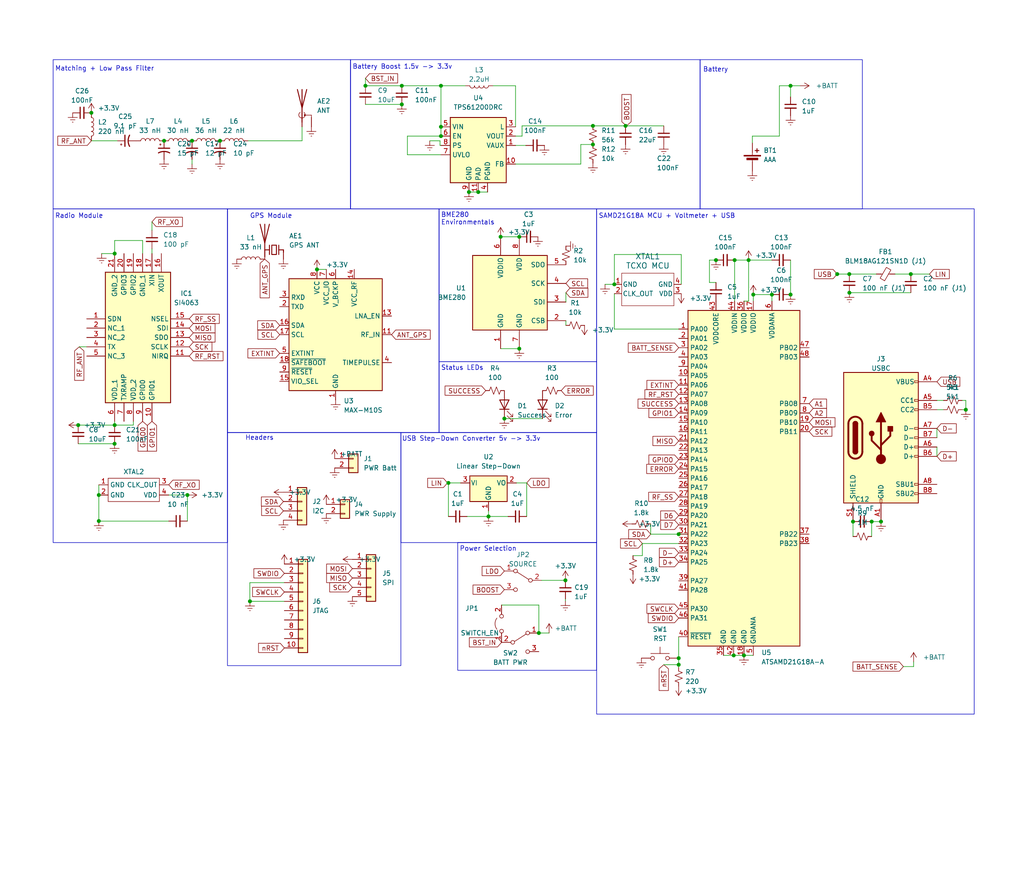
<source format=kicad_sch>
(kicad_sch (version 20231120) (generator "eeschema") (generator_version "8.0")
  (paper "User" 278.994 240.005)
  (title_block (title "Tiny4FSK") (date "2024-01-25") (company "New England Weather Balloon Society") (comment 1 "The lightweight, tiny Horus Binary and LoRa HAB tracker"))
  (lib_symbols
    (symbol "+3.3V_1" (power) (pin_numbers hide) (pin_names (offset 0) hide)
      (property "Value" "+3.3V_1" (at 0 3.556 0))
      (symbol "+3.3V_1_1_1"
        (pin power_in line (at 0 0 90) (length 0) hide (name "+3.3V") (number "1"))
      )
    )
    (symbol "+3.3V_10" (power) (pin_numbers hide) (pin_names (offset 0) hide)
      (property "Value" "+3.3V_10" (at 0 3.556 0))
      (symbol "+3.3V_10_1_1"
        (pin power_in line (at 0 0 90) (length 0) hide (name "+3.3V") (number "1"))
      )
    )
    (symbol "+3.3V_12" (power) (pin_numbers hide) (pin_names (offset 0) hide)
      (property "Value" "+3.3V_12" (at 0 3.556 0))
      (symbol "+3.3V_12_1_1"
        (pin power_in line (at 0 0 90) (length 0) hide (name "+3.3V") (number "1"))
      )
    )
    (symbol "+3.3V_2" (power) (pin_numbers hide) (pin_names (offset 0) hide)
      (property "Value" "+3.3V_2" (at 0 3.556 0))
      (symbol "+3.3V_2_1_1"
        (pin power_in line (at 0 0 90) (length 0) hide (name "+3.3V") (number "1"))
      )
    )
    (symbol "+3.3V_3" (power) (pin_numbers hide) (pin_names (offset 0) hide)
      (property "Value" "+3.3V_3" (at 0 3.556 0))
      (symbol "+3.3V_3_1_1"
        (pin power_in line (at 0 0 90) (length 0) hide (name "+3.3V") (number "1"))
      )
    )
    (symbol "+3.3V_5" (power) (pin_numbers hide) (pin_names (offset 0) hide)
      (property "Value" "+3.3V_5" (at 0 3.556 0))
      (symbol "+3.3V_5_1_1"
        (pin power_in line (at 0 0 90) (length 0) hide (name "+3.3V") (number "1"))
      )
    )
    (symbol "+3.3V_6" (power) (pin_numbers hide) (pin_names (offset 0) hide)
      (property "Value" "+3.3V_6" (at 0 3.556 0))
      (symbol "+3.3V_6_1_1"
        (pin power_in line (at 0 0 90) (length 0) hide (name "+3.3V") (number "1"))
      )
    )
    (symbol "+3.3V_7" (power) (pin_numbers hide) (pin_names (offset 0) hide)
      (property "Value" "+3.3V_7" (at 0 3.556 0))
      (symbol "+3.3V_7_1_1"
        (pin power_in line (at 0 0 90) (length 0) hide (name "+3.3V") (number "1"))
      )
    )
    (symbol "+3.3V_8" (power) (pin_numbers hide) (pin_names (offset 0) hide)
      (property "Value" "+3.3V_8" (at 0 3.556 0))
      (symbol "+3.3V_8_1_1"
        (pin power_in line (at 0 0 90) (length 0) hide (name "+3.3V") (number "1"))
      )
    )
    (symbol "+3.3V_9" (power) (pin_numbers hide) (pin_names (offset 0) hide)
      (property "Value" "+3.3V_9" (at 0 3.556 0))
      (symbol "+3.3V_9_1_1"
        (pin power_in line (at 0 0 90) (length 0) hide (name "+3.3V") (number "1"))
      )
    )
    (symbol "+BATT_1" (power) (pin_numbers hide) (pin_names (offset 0) hide)
      (property "Value" "+BATT_1" (at 0 3.556 0))
      (symbol "+BATT_1_1_1"
        (pin power_in line (at 0 0 90) (length 0) hide (name "+BATT") (number "1"))
      )
    )
    (symbol "Battery_Cell_1" (pin_numbers hide) (pin_names (offset 0) hide)
      (property "Reference" "BT2" (at 3.048 3.1115 0))
      (property "Value" "AAA" (at 3.048 0.5715 0))
      (symbol "Battery_Cell_1_1_1"
        (pin passive line (at 0 5.08 270) (length 2.54) (name "+") (number "+"))
        (pin passive line (at 0 -2.54 90) (length 2.54) (name "-") (number "-"))
      )
    )
    (symbol "Connector:USB_C_Receptacle_USB2.0" (pin_names (offset 1.016))
      (property "Reference" "J" (at -10.16 19.05 0))
      (property "Value" "USB_C_Receptacle_USB2.0" (at 19.05 19.05 0))
      (symbol "USB_C_Receptacle_USB2.0_1_1"
        (pin passive line (at 0 -22.86 90) (length 5.08) (name "GND") (number "A1"))
        (pin passive line (at 0 -22.86 90) (length 5.08) hide (name "GND") (number "A12"))
        (pin passive line (at 15.24 15.24 180) (length 5.08) (name "VBUS") (number "A4"))
        (pin bidirectional line (at 15.24 10.16 180) (length 5.08) (name "CC1") (number "A5"))
        (pin bidirectional line (at 15.24 -2.54 180) (length 5.08) (name "D+") (number "A6"))
        (pin bidirectional line (at 15.24 2.54 180) (length 5.08) (name "D-") (number "A7"))
        (pin bidirectional line (at 15.24 -12.7 180) (length 5.08) (name "SBU1") (number "A8"))
        (pin passive line (at 15.24 15.24 180) (length 5.08) hide (name "VBUS") (number "A9"))
        (pin passive line (at 0 -22.86 90) (length 5.08) hide (name "GND") (number "B1"))
        (pin passive line (at 0 -22.86 90) (length 5.08) hide (name "GND") (number "B12"))
        (pin passive line (at 15.24 15.24 180) (length 5.08) hide (name "VBUS") (number "B4"))
        (pin bidirectional line (at 15.24 7.62 180) (length 5.08) (name "CC2") (number "B5"))
        (pin bidirectional line (at 15.24 -5.08 180) (length 5.08) (name "D+") (number "B6"))
        (pin bidirectional line (at 15.24 0 180) (length 5.08) (name "D-") (number "B7"))
        (pin bidirectional line (at 15.24 -15.24 180) (length 5.08) (name "SBU2") (number "B8"))
        (pin passive line (at 15.24 15.24 180) (length 5.08) hide (name "VBUS") (number "B9"))
        (pin passive line (at -7.62 -22.86 90) (length 5.08) (name "SHIELD") (number "S1"))
      )
    )
    (symbol "Connector_Generic:Conn_01x02" (pin_names (offset 1.016) hide)
      (property "Reference" "J" (at 0 2.54 0))
      (property "Value" "Conn_01x02" (at 0 -5.08 0))
      (symbol "Conn_01x02_1_1"
        (pin passive line (at -5.08 0 0) (length 3.81) (name "Pin_1") (number "1"))
        (pin passive line (at -5.08 -2.54 0) (length 3.81) (name "Pin_2") (number "2"))
      )
    )
    (symbol "Connector_Generic:Conn_01x04" (pin_names (offset 1.016) hide)
      (property "Reference" "J" (at 0 5.08 0))
      (property "Value" "Conn_01x04" (at 0 -7.62 0))
      (symbol "Conn_01x04_1_1"
        (pin passive line (at -5.08 2.54 0) (length 3.81) (name "Pin_1") (number "1"))
        (pin passive line (at -5.08 0 0) (length 3.81) (name "Pin_2") (number "2"))
        (pin passive line (at -5.08 -2.54 0) (length 3.81) (name "Pin_3") (number "3"))
        (pin passive line (at -5.08 -5.08 0) (length 3.81) (name "Pin_4") (number "4"))
      )
    )
    (symbol "Connector_Generic:Conn_01x05" (pin_names (offset 1.016) hide)
      (property "Reference" "J" (at 0 7.62 0))
      (property "Value" "Conn_01x05" (at 0 -7.62 0))
      (symbol "Conn_01x05_1_1"
        (pin passive line (at -5.08 5.08 0) (length 3.81) (name "Pin_1") (number "1"))
        (pin passive line (at -5.08 2.54 0) (length 3.81) (name "Pin_2") (number "2"))
        (pin passive line (at -5.08 0 0) (length 3.81) (name "Pin_3") (number "3"))
        (pin passive line (at -5.08 -2.54 0) (length 3.81) (name "Pin_4") (number "4"))
        (pin passive line (at -5.08 -5.08 0) (length 3.81) (name "Pin_5") (number "5"))
      )
    )
    (symbol "Connector_Generic:Conn_01x10" (pin_names (offset 1.016) hide)
      (property "Reference" "J" (at 0 12.7 0))
      (property "Value" "Conn_01x10" (at 0 -15.24 0))
      (symbol "Conn_01x10_1_1"
        (pin passive line (at -5.08 10.16 0) (length 3.81) (name "Pin_1") (number "1"))
        (pin passive line (at -5.08 -12.7 0) (length 3.81) (name "Pin_10") (number "10"))
        (pin passive line (at -5.08 7.62 0) (length 3.81) (name "Pin_2") (number "2"))
        (pin passive line (at -5.08 5.08 0) (length 3.81) (name "Pin_3") (number "3"))
        (pin passive line (at -5.08 2.54 0) (length 3.81) (name "Pin_4") (number "4"))
        (pin passive line (at -5.08 0 0) (length 3.81) (name "Pin_5") (number "5"))
        (pin passive line (at -5.08 -2.54 0) (length 3.81) (name "Pin_6") (number "6"))
        (pin passive line (at -5.08 -5.08 0) (length 3.81) (name "Pin_7") (number "7"))
        (pin passive line (at -5.08 -7.62 0) (length 3.81) (name "Pin_8") (number "8"))
        (pin passive line (at -5.08 -10.16 0) (length 3.81) (name "Pin_9") (number "9"))
      )
    )
    (symbol "Device:Antenna_Chip" (pin_numbers hide) (pin_names (offset 1.016) hide)
      (property "Reference" "AE" (at 0 5.08 0))
      (property "Value" "Antenna_Chip" (at 0 3.175 0))
      (symbol "Antenna_Chip_1_1"
        (pin input line (at -2.54 -2.54 90) (length 2.54) (name "FEED") (number "1"))
        (pin passive line (at 2.54 -2.54 90) (length 2.54) (name "PCB_Trace") (number "2"))
      )
    )
    (symbol "Device:Antenna_Shield" (pin_numbers hide) (pin_names (offset 1.016) hide)
      (property "Reference" "AE2" (at 4.064 1.905 0))
      (property "Value" "ANT" (at 4.064 -0.635 0))
      (symbol "Antenna_Shield_1_1"
        (pin input line (at 0 -5.08 90) (length 2.54) (name "RF") (number "1"))
        (pin input line (at 2.54 -5.08 90) (length 2.54) (name "Shield") (number "2"))
      )
    )
    (symbol "Device:C_Polarized_Small_US" (pin_numbers hide) (pin_names (offset 0.254) hide)
      (property "Reference" "C" (at 0.254 1.778 0))
      (property "Value" "C_Polarized_Small_US" (at 0.254 -2.032 0))
      (symbol "C_Polarized_Small_US_1_1"
        (pin passive line (at 0 2.54 270) (length 2.032) (name "~") (number "1"))
        (pin passive line (at 0 -2.54 90) (length 2.032) (name "~") (number "2"))
      )
    )
    (symbol "Device:C_Small" (pin_numbers hide) (pin_names (offset 0.254) hide)
      (property "Reference" "C" (at 0.254 1.778 0))
      (property "Value" "C_Small" (at 0.254 -2.032 0))
      (symbol "C_Small_1_1"
        (pin passive line (at 0 2.54 270) (length 2.032) (name "~") (number "1"))
        (pin passive line (at 0 -2.54 90) (length 2.032) (name "~") (number "2"))
      )
    )
    (symbol "Device:FerriteBead_Small" (pin_numbers hide) (pin_names (offset 0))
      (property "Reference" "FB" (at 1.905 1.27 0))
      (property "Value" "FerriteBead_Small" (at 1.905 -1.27 0))
      (symbol "FerriteBead_Small_1_1"
        (pin passive line (at 0 2.54 270) (length 1.27) (name "~") (number "1"))
        (pin passive line (at 0 -2.54 90) (length 1.27) (name "~") (number "2"))
      )
    )
    (symbol "Device:L" (pin_numbers hide) (pin_names (offset 1.016) hide)
      (property "Reference" "L" (at -1.27 0 90))
      (property "Value" "L" (at 1.905 0 90))
      (symbol "L_1_1"
        (pin passive line (at 0 3.81 270) (length 1.27) (name "1") (number "1"))
        (pin passive line (at 0 -3.81 90) (length 1.27) (name "2") (number "2"))
      )
    )
    (symbol "Device:LED" (pin_numbers hide) (pin_names (offset 1.016) hide)
      (property "Reference" "D" (at 0 2.54 0))
      (property "Value" "LED" (at 0 -2.54 0))
      (symbol "LED_1_1"
        (pin passive line (at -3.81 0 0) (length 2.54) (name "K") (number "1"))
        (pin passive line (at 3.81 0 180) (length 2.54) (name "A") (number "2"))
      )
    )
    (symbol "Device:R_Small_US" (pin_numbers hide) (pin_names (offset 0.254) hide)
      (property "Reference" "R" (at 0.762 0.508 0))
      (property "Value" "R_Small_US" (at 0.762 -1.016 0))
      (symbol "R_Small_US_1_1"
        (pin passive line (at 0 2.54 270) (length 1.016) (name "~") (number "1"))
        (pin passive line (at 0 -2.54 90) (length 1.016) (name "~") (number "2"))
      )
    )
    (symbol "Earth_1" (power) (pin_numbers hide) (pin_names (offset 0) hide)
      (symbol "Earth_1_1_1"
        (pin power_in line (at 0 0 270) (length 0) hide (name "Earth") (number "1"))
      )
    )
    (symbol "Earth_2" (power) (pin_numbers hide) (pin_names (offset 0) hide)
      (symbol "Earth_2_1_1"
        (pin power_in line (at 0 0 270) (length 0) hide (name "Earth") (number "1"))
      )
    )
    (symbol "Earth_3" (power) (pin_numbers hide) (pin_names (offset 0) hide)
      (symbol "Earth_3_1_1"
        (pin power_in line (at 0 0 270) (length 0) hide (name "Earth") (number "1"))
      )
    )
    (symbol "Earth_4" (power) (pin_numbers hide) (pin_names (offset 0) hide)
      (symbol "Earth_4_1_1"
        (pin power_in line (at 0 0 270) (length 0) hide (name "Earth") (number "1"))
      )
    )
    (symbol "Jumper:Jumper_2_Open" (pin_names (offset 0) hide)
      (property "Reference" "JP" (at 0 2.794 0))
      (property "Value" "Jumper_2_Open" (at 0 -2.286 0))
      (symbol "Jumper_2_Open_1_1"
        (pin passive line (at -5.08 0 0) (length 2.54) (name "A") (number "1"))
        (pin passive line (at 5.08 0 180) (length 2.54) (name "B") (number "2"))
      )
    )
    (symbol "MCU_Microchip_SAMD:ATSAMD21G18A-A"
      (property "Reference" "U4" (at 4.7341 -47.498 0))
      (property "Value" "ATSAMD21G18A-A" (at 4.7341 -50.038 0))
      (symbol "ATSAMD21G18A-A_1_1"
        (pin bidirectional line (at -17.78 40.64 0) (length 2.54) (name "PA00") (number "1"))
        (pin bidirectional line (at -17.78 27.94 0) (length 2.54) (name "PA05") (number "10"))
        (pin bidirectional line (at -17.78 25.4 0) (length 2.54) (name "PA06") (number "11"))
        (pin bidirectional line (at -17.78 22.86 0) (length 2.54) (name "PA07") (number "12"))
        (pin bidirectional line (at -17.78 20.32 0) (length 2.54) (name "PA08") (number "13"))
        (pin bidirectional line (at -17.78 17.78 0) (length 2.54) (name "PA09") (number "14"))
        (pin bidirectional line (at -17.78 15.24 0) (length 2.54) (name "PA10") (number "15"))
        (pin bidirectional line (at -17.78 12.7 0) (length 2.54) (name "PA11") (number "16"))
        (pin power_in line (at 2.54 48.26 270) (length 2.54) (name "VDDIO") (number "17"))
        (pin power_in line (at 0 -48.26 90) (length 2.54) (name "GND") (number "18"))
        (pin bidirectional line (at 17.78 15.24 180) (length 2.54) (name "PB10") (number "19"))
        (pin bidirectional line (at -17.78 38.1 0) (length 2.54) (name "PA01") (number "2"))
        (pin bidirectional line (at 17.78 12.7 180) (length 2.54) (name "PB11") (number "20"))
        (pin bidirectional line (at -17.78 10.16 0) (length 2.54) (name "PA12") (number "21"))
        (pin bidirectional line (at -17.78 7.62 0) (length 2.54) (name "PA13") (number "22"))
        (pin bidirectional line (at -17.78 5.08 0) (length 2.54) (name "PA14") (number "23"))
        (pin bidirectional line (at -17.78 2.54 0) (length 2.54) (name "PA15") (number "24"))
        (pin bidirectional line (at -17.78 0 0) (length 2.54) (name "PA16") (number "25"))
        (pin bidirectional line (at -17.78 -2.54 0) (length 2.54) (name "PA17") (number "26"))
        (pin bidirectional line (at -17.78 -5.08 0) (length 2.54) (name "PA18") (number "27"))
        (pin bidirectional line (at -17.78 -7.62 0) (length 2.54) (name "PA19") (number "28"))
        (pin bidirectional line (at -17.78 -10.16 0) (length 2.54) (name "PA20") (number "29"))
        (pin bidirectional line (at -17.78 35.56 0) (length 2.54) (name "PA02") (number "3"))
        (pin bidirectional line (at -17.78 -12.7 0) (length 2.54) (name "PA21") (number "30"))
        (pin bidirectional line (at -17.78 -15.24 0) (length 2.54) (name "PA22") (number "31"))
        (pin bidirectional line (at -17.78 -17.78 0) (length 2.54) (name "PA23") (number "32"))
        (pin bidirectional line (at -17.78 -20.32 0) (length 2.54) (name "PA24") (number "33"))
        (pin bidirectional line (at -17.78 -22.86 0) (length 2.54) (name "PA25") (number "34"))
        (pin power_in line (at -5.588 -48.26 90) (length 2.54) (name "GND") (number "35"))
        (pin power_in line (at 0 48.26 270) (length 2.54) (name "VDDIO") (number "36"))
        (pin bidirectional line (at 17.78 -15.24 180) (length 2.54) (name "PB22") (number "37"))
        (pin bidirectional line (at 17.78 -17.78 180) (length 2.54) (name "PB23") (number "38"))
        (pin bidirectional line (at -17.78 -27.94 0) (length 2.54) (name "PA27") (number "39"))
        (pin bidirectional line (at -17.78 33.02 0) (length 2.54) (name "PA03") (number "4"))
        (pin input line (at -17.78 -43.18 0) (length 2.54) (name "~{RESET}") (number "40"))
        (pin bidirectional line (at -17.78 -30.48 0) (length 2.54) (name "PA28") (number "41"))
        (pin power_in line (at -2.794 -48.26 90) (length 2.54) (name "GND") (number "42"))
        (pin power_out line (at -7.62 48.26 270) (length 2.54) (name "VDDCORE") (number "43"))
        (pin power_in line (at -2.54 48.26 270) (length 2.54) (name "VDDIN") (number "44"))
        (pin bidirectional line (at -17.78 -35.56 0) (length 2.54) (name "PA30") (number "45"))
        (pin bidirectional line (at -17.78 -38.1 0) (length 2.54) (name "PA31") (number "46"))
        (pin bidirectional line (at 17.78 35.56 180) (length 2.54) (name "PB02") (number "47"))
        (pin bidirectional line (at 17.78 33.02 180) (length 2.54) (name "PB03") (number "48"))
        (pin power_in line (at 2.54 -48.26 90) (length 2.54) (name "GNDANA") (number "5"))
        (pin power_in line (at 7.62 48.26 270) (length 2.54) (name "VDDANA") (number "6"))
        (pin bidirectional line (at 17.78 20.32 180) (length 2.54) (name "PB08") (number "7"))
        (pin bidirectional line (at 17.78 17.78 180) (length 2.54) (name "PB09") (number "8"))
        (pin bidirectional line (at -17.78 30.48 0) (length 2.54) (name "PA04") (number "9"))
      )
    )
    (symbol "RF_GPS:MAX-M10S"
      (property "Reference" "U" (at -10.16 16.51 0))
      (property "Value" "MAX-M10S" (at 11.43 16.51 0))
      (symbol "MAX-M10S_1_1"
        (pin power_in line (at 0 -17.78 90) (length 2.54) (name "GND") (number "1"))
        (pin passive line (at 0 -17.78 90) (length 2.54) hide (name "GND") (number "10"))
        (pin input line (at 15.24 0 180) (length 2.54) (name "RF_IN") (number "11"))
        (pin passive line (at 0 -17.78 90) (length 2.54) hide (name "GND") (number "12"))
        (pin output line (at 15.24 5.08 180) (length 2.54) (name "LNA_EN") (number "13"))
        (pin power_out line (at 5.08 17.78 270) (length 2.54) (name "VCC_RF") (number "14"))
        (pin input line (at -15.24 -12.7 0) (length 2.54) (name "VIO_SEL") (number "15"))
        (pin bidirectional line (at -15.24 2.54 0) (length 2.54) (name "SDA") (number "16"))
        (pin input line (at -15.24 0 0) (length 2.54) (name "SCL") (number "17"))
        (pin input line (at -15.24 -7.62 0) (length 2.54) (name "~{SAFEBOOT}") (number "18"))
        (pin output line (at -15.24 7.62 0) (length 2.54) (name "TXD") (number "2"))
        (pin input line (at -15.24 10.16 0) (length 2.54) (name "RXD") (number "3"))
        (pin output line (at 15.24 -7.62 180) (length 2.54) (name "TIMEPULSE") (number "4"))
        (pin input line (at -15.24 -5.08 0) (length 2.54) (name "EXTINT") (number "5"))
        (pin power_in line (at 0 17.78 270) (length 2.54) (name "V_BCKP") (number "6"))
        (pin power_in line (at -2.54 17.78 270) (length 2.54) (name "VCC_IO") (number "7"))
        (pin power_in line (at -5.08 17.78 270) (length 2.54) (name "VCC") (number "8"))
        (pin input line (at -15.24 -10.16 0) (length 2.54) (name "~{RESET}") (number "9"))
      )
    )
    (symbol "Regulator_Linear:MCP1700x-330xxTT" (pin_names (offset 0.254))
      (property "Reference" "U" (at -3.81 3.175 0))
      (property "Value" "MCP1700x-330xxTT" (at 0 3.175 0))
      (symbol "MCP1700x-330xxTT_1_1"
        (pin power_in line (at 0 -7.62 90) (length 2.54) (name "GND") (number "1"))
        (pin power_out line (at 7.62 0 180) (length 2.54) (name "VO") (number "2"))
        (pin power_in line (at -7.62 0 0) (length 2.54) (name "VI") (number "3"))
      )
    )
    (symbol "Regulator_Switching:TPS61200DRC"
      (property "Reference" "U" (at -10.16 8.89 0))
      (property "Value" "TPS61200DRC" (at -2.54 8.89 0))
      (symbol "TPS61200DRC_1_1"
        (pin bidirectional line (at 10.16 0 180) (length 2.54) (name "VAUX") (number "1"))
        (pin input line (at 10.16 -5.08 180) (length 2.54) (name "FB") (number "10"))
        (pin power_in line (at 0 -12.7 90) (length 2.54) (name "PAD") (number "11"))
        (pin power_out line (at 10.16 2.54 180) (length 2.54) (name "VOUT") (number "2"))
        (pin input line (at 10.16 5.08 180) (length 2.54) (name "L") (number "3"))
        (pin power_in line (at 2.54 -12.7 90) (length 2.54) (name "PGND") (number "4"))
        (pin power_in line (at -10.16 5.08 0) (length 2.54) (name "VIN") (number "5"))
        (pin input line (at -10.16 2.54 0) (length 2.54) (name "EN") (number "6"))
        (pin input line (at -10.16 -2.54 0) (length 2.54) (name "UVLO") (number "7"))
        (pin input line (at -10.16 0 0) (length 2.54) (name "PS") (number "8"))
        (pin power_in line (at -2.54 -12.7 90) (length 2.54) (name "GND") (number "9"))
      )
    )
    (symbol "SI4063:SI4063-C2A-GMR"
      (property "Reference" "IC" (at 24.13 17.78 0))
      (property "Value" "SI4063-C2A-GMR" (at 24.13 15.24 0))
      (symbol "SI4063-C2A-GMR_1_1"
        (pin passive line (at 0 0 0) (length 5.08) (name "SDN") (number "1"))
        (pin passive line (at 17.78 -27.94 90) (length 5.08) (name "GPIO1") (number "10"))
        (pin passive line (at 27.94 -10.16 180) (length 5.08) (name "NIRQ") (number "11"))
        (pin passive line (at 27.94 -7.62 180) (length 5.08) (name "SCLK") (number "12"))
        (pin passive line (at 27.94 -5.08 180) (length 5.08) (name "SDO") (number "13"))
        (pin passive line (at 27.94 -2.54 180) (length 5.08) (name "SDI") (number "14"))
        (pin passive line (at 27.94 0 180) (length 5.08) (name "NSEL") (number "15"))
        (pin passive line (at 20.32 17.78 270) (length 5.08) (name "XOUT") (number "16"))
        (pin passive line (at 17.78 17.78 270) (length 5.08) (name "XIN") (number "17"))
        (pin passive line (at 15.24 17.78 270) (length 5.08) (name "GND_1") (number "18"))
        (pin passive line (at 12.7 17.78 270) (length 5.08) (name "GPIO2") (number "19"))
        (pin passive line (at 0 -2.54 0) (length 5.08) (name "NC_1") (number "2"))
        (pin passive line (at 10.16 17.78 270) (length 5.08) (name "GPIO3") (number "20"))
        (pin passive line (at 7.62 17.78 270) (length 5.08) (name "GND_2") (number "21"))
        (pin passive line (at 0 -5.08 0) (length 5.08) (name "NC_2") (number "3"))
        (pin passive line (at 0 -7.62 0) (length 5.08) (name "TX") (number "4"))
        (pin passive line (at 0 -10.16 0) (length 5.08) (name "NC_3") (number "5"))
        (pin passive line (at 7.62 -27.94 90) (length 5.08) (name "VDD_1") (number "6"))
        (pin passive line (at 10.16 -27.94 90) (length 5.08) (name "TXRAMP") (number "7"))
        (pin passive line (at 12.7 -27.94 90) (length 5.08) (name "VDD_2") (number "8"))
        (pin passive line (at 15.24 -27.94 90) (length 5.08) (name "GPIO0") (number "9"))
      )
    )
    (symbol "Sensor:BME280"
      (property "Reference" "U" (at -8.89 11.43 0))
      (property "Value" "BME280" (at 7.62 11.43 0))
      (symbol "BME280_1_1"
        (pin power_in line (at -2.54 -15.24 90) (length 5.08) (name "GND") (number "1"))
        (pin input line (at 15.24 -7.62 180) (length 5.08) (name "CSB") (number "2"))
        (pin bidirectional line (at 15.24 -2.54 180) (length 5.08) (name "SDI") (number "3"))
        (pin input line (at 15.24 2.54 180) (length 5.08) (name "SCK") (number "4"))
        (pin bidirectional line (at 15.24 7.62 180) (length 5.08) (name "SDO") (number "5"))
        (pin power_in line (at -2.54 15.24 270) (length 5.08) (name "VDDIO") (number "6"))
        (pin power_in line (at 2.54 -15.24 90) (length 5.08) (name "GND") (number "7"))
        (pin power_in line (at 2.54 15.24 270) (length 5.08) (name "VDD") (number "8"))
      )
    )
    (symbol "Switch:SW_Push" (pin_numbers hide) (pin_names (offset 1.016) hide)
      (property "Reference" "SW" (at 1.27 2.54 0))
      (property "Value" "SW_Push" (at 0 -1.524 0))
      (symbol "SW_Push_0_1"
        (pin passive line (at -5.08 0 0) (length 2.54) (name "1") (number "1"))
        (pin passive line (at 5.08 0 180) (length 2.54) (name "2") (number "2"))
      )
    )
    (symbol "Switch:SW_SPDT" (pin_names (offset 0) hide)
      (property "Reference" "SW" (at 0 4.318 0))
      (property "Value" "SW_SPDT" (at 0 -5.08 0))
      (symbol "SW_SPDT_1_1"
        (pin passive line (at 5.08 2.54 180) (length 2.54) (name "A") (number "1"))
        (pin passive line (at -5.08 0 0) (length 2.54) (name "B") (number "2"))
        (pin passive line (at 5.08 -2.54 180) (length 2.54) (name "C") (number "3"))
      )
    )
    (symbol "TCXO:20CSMV4"
      (property "Reference" "XTAL" (at 0 0.508 0))
      (symbol "20CSMV4_1_1"
        (pin power_out line (at -11.684 -2.032 0) (length 2.54) (name "GND") (number "1"))
        (pin power_out line (at -11.684 -4.826 0) (length 2.54) (name "GND") (number "2"))
        (pin power_out line (at 7.366 -2.032 180) (length 2.54) (name "CLK_OUT") (number "3"))
        (pin power_in line (at 7.366 -4.826 180) (length 2.54) (name "VDD") (number "4"))
      )
    )
    (symbol "TCXO:SIT1552AI-JF-DCC-32.768D" (pin_names (offset 0.254))
      (property "Reference" "XTAL1" (at 22.86 9.398 0))
      (property "Value" "SIT1552AI-JF-DCC-32.768D" (at 22.86 6.858 0))
      (symbol "SIT1552AI-JF-DCC-32.768D_1_1"
        (pin power_out line (at 21.876 0 0) (length 2) (name "GND") (number "1"))
        (pin output line (at 21.876 -2.54 0) (length 2) (name "CLK_OUT") (number "2"))
        (pin power_in line (at 40.1 -2.54 180) (length 2) (name "VDD") (number "3"))
        (pin power_out line (at 40.1 0 180) (length 2) (name "GND") (number "4"))
      )
    )
    (symbol "power:+3.3V" (power) (pin_names (offset 0))
      (property "Value" "+3.3V" (at 0 3.556 0))
      (symbol "+3.3V_1_1"
        (pin power_in line (at 0 0 90) (length 0) hide (name "+3.3V") (number "1"))
      )
    )
    (symbol "power:+BATT" (power) (pin_names (offset 0))
      (property "Value" "+BATT" (at 0 3.556 0))
      (symbol "+BATT_1_1"
        (pin power_in line (at 0 0 90) (length 0) hide (name "+BATT") (number "1"))
      )
    )
  )
  (junction (at 237.49 142.113))
  (junction (at 210.312 80.264))
  (junction (at 146.812 172.466))
  (junction (at 136.398 64.516))
  (junction (at 205.232 80.264))
  (junction (at 31.242 69.088))
  (junction (at 231.394 74.676))
  (junction (at 127.762 52.324))
  (junction (at 263.144 111.633))
  (junction (at 31.242 115.824))
  (junction (at 31.2166 120.904))
  (junction (at 51.054 134.874))
  (junction (at 86.36 73.406))
  (junction (at 232.41 142.113))
  (junction (at 199.898 178.562))
  (junction (at 228.092 74.676))
  (junction (at 141.478 64.516))
  (junction (at 161.544 39.37))
  (junction (at 68.0979 163.83))
  (junction (at 109.474 23.368))
  (junction (at 130.302 52.324))
  (junction (at 26.924 134.874))
  (junction (at 195.072 70.866))
  (junction (at 184.912 181.102))
  (junction (at 21.3106 115.824))
  (junction (at 44.704 38.354))
  (junction (at 184.912 179.324))
  (junction (at 122.174 131.572))
  (junction (at 137.414 114.046))
  (junction (at 109.474 28.448))
  (junction (at 24.892 30.734))
  (junction (at 202.692 178.562))
  (junction (at 99.568 23.368))
  (junction (at 141.478 94.996))
  (junction (at 248.158 74.676))
  (junction (at 154.051 158.115))
  (junction (at 26.924 141.9591))
  (junction (at 215.392 23.368))
  (junction (at 170.434 34.29))
  (junction (at 231.4213 79.756))
  (junction (at 120.142 37.084))
  (junction (at 59.944 38.354))
  (junction (at 133.096 140.716))
  (junction (at 184.912 145.542))
  (junction (at 120.142 34.544))
  (junction (at 120.142 23.368))
  (junction (at 200.152 70.866))
  (junction (at 161.544 34.29))
  (junction (at 203.962 70.866))
  (junction (at 240.03 142.113))
  (junction (at 52.324 38.354))
  (junction (at 215.392 80.264))
  (junction (at 167.386 77.47))
  (wire (pts (xy 147.574 158.115) (xy 154.051 158.115)))
  (wire (pts (xy 161.544 34.29) (xy 170.434 34.29)))
  (wire (pts (xy 31.2166 120.904) (xy 31.242 120.904)))
  (wire (pts (xy 136.398 94.996) (xy 141.478 94.996)))
  (wire (pts (xy 52.324 44.704) (xy 52.324 43.434)))
  (wire (pts (xy 127.762 52.324) (xy 130.302 52.324)))
  (wire (pts (xy 205.232 82.042) (xy 205.232 80.264)))
  (wire (pts (xy 215.392 23.368) (xy 212.344 23.368)))
  (wire (pts (xy 193.294 70.866) (xy 195.072 70.866)))
  (wire (pts (xy 195.072 76.962) (xy 193.294 76.962)))
  (wire (pts (xy 232.41 146.177) (xy 232.41 142.113)))
  (wire (pts (xy 193.294 76.962) (xy 193.294 70.866)))
  (wire (pts (xy 45.974 134.874) (xy 51.054 134.874)))
  (wire (pts (xy 120.142 23.368) (xy 126.746 23.368)))
  (wire (pts (xy 154.051 163.703) (xy 154.051 163.195)))
  (wire (pts (xy 202.692 178.562) (xy 205.232 178.562)))
  (wire (pts (xy 204.978 37.084) (xy 212.344 37.084)))
  (wire (pts (xy 110.998 37.084) (xy 110.998 42.164)))
  (wire (pts (xy 237.49 142.113) (xy 237.49 146.177)))
  (wire (pts (xy 110.998 37.084) (xy 120.142 37.084)))
  (wire (pts (xy 180.848 181.102) (xy 184.912 181.102)))
  (wire (pts (xy 227.838 74.676) (xy 228.092 74.676)))
  (wire (pts (xy 140.716 131.572) (xy 143.51 131.572)))
  (wire (pts (xy 140.462 34.544) (xy 140.462 23.368)))
  (wire (pts (xy 142.24 37.084) (xy 142.24 34.29)))
  (wire (pts (xy 215.392 70.866) (xy 215.392 80.264)))
  (wire (pts (xy 184.912 181.102) (xy 184.912 181.864)))
  (wire (pts (xy 119.888 38.354) (xy 119.888 39.624)))
  (wire (pts (xy 237.49 142.113) (xy 240.03 142.113)))
  (wire (pts (xy 217.932 23.368) (xy 215.392 23.368)))
  (wire (pts (xy 99.568 28.448) (xy 109.474 28.448)))
  (wire (pts (xy 158.242 39.37) (xy 161.544 39.37)))
  (wire (pts (xy 185.61 77.47) (xy 185.61 69.342)))
  (wire (pts (xy 185.61 69.342) (xy 167.386 69.342)))
  (wire (pts (xy 263.144 111.633) (xy 263.144 109.093)))
  (wire (pts (xy 41.402 60.452) (xy 41.402 62.738)))
  (wire (pts (xy 27.686 69.088) (xy 31.242 69.088)))
  (wire (pts (xy 177.292 142.748) (xy 177.292 145.542)))
  (wire (pts (xy 68.072 158.75) (xy 68.072 163.83)))
  (wire (pts (xy 263.144 109.093) (xy 262.128 109.093)))
  (wire (pts (xy 21.3106 115.824) (xy 31.242 115.824)))
  (wire (pts (xy 248.158 74.676) (xy 253.238 74.676)))
  (wire (pts (xy 140.462 39.624) (xy 143.256 39.624)))
  (wire (pts (xy 136.652 164.846) (xy 146.812 164.846)))
  (wire (pts (xy 120.142 23.368) (xy 120.142 34.544)))
  (wire (pts (xy 122.174 131.572) (xy 125.476 131.572)))
  (wire (pts (xy 38.862 65.532) (xy 31.242 65.532)))
  (wire (pts (xy 26.924 134.874) (xy 26.924 141.9591)))
  (wire (pts (xy 246.126 181.61) (xy 248.92 181.61)))
  (wire (pts (xy 243.84 74.676) (xy 248.158 74.676)))
  (wire (pts (xy 154.178 88.646) (xy 154.178 87.376)))
  (wire (pts (xy 110.998 42.164) (xy 120.142 42.164)))
  (wire (pts (xy 68.0979 163.83) (xy 77.47 163.83)))
  (wire (pts (xy 231.4213 79.756) (xy 231.394 79.756)))
  (wire (pts (xy 205.232 80.264) (xy 210.312 80.264)))
  (wire (pts (xy 82.296 34.544) (xy 82.296 38.354)))
  (wire (pts (xy 140.462 23.368) (xy 134.366 23.368)))
  (wire (pts (xy 26.924 141.9591) (xy 26.924 141.986)))
  (wire (pts (xy 24.892 38.354) (xy 32.004 38.354)))
  (wire (pts (xy 210.312 80.264) (xy 210.312 82.042)))
  (wire (pts (xy 203.962 70.866) (xy 210.312 70.866)))
  (wire (pts (xy 204.978 37.084) (xy 204.978 38.989)))
  (wire (pts (xy 99.568 21.336) (xy 99.568 23.368)))
  (wire (pts (xy 26.924 132.08) (xy 26.924 134.874)))
  (wire (pts (xy 167.386 89.662) (xy 184.912 89.662)))
  (wire (pts (xy 154.178 79.756) (xy 154.178 82.296)))
  (wire (pts (xy 177.292 145.542) (xy 184.912 145.542)))
  (wire (pts (xy 147.828 114.046) (xy 137.414 114.046)))
  (wire (pts (xy 228.092 74.93) (xy 228.092 74.676)))
  (wire (pts (xy 167.386 69.342) (xy 167.386 77.47)))
  (wire (pts (xy 31.242 115.824) (xy 36.322 115.824)))
  (wire (pts (xy 184.912 179.324) (xy 184.912 181.102)))
  (wire (pts (xy 184.912 179.324) (xy 184.912 173.482)))
  (wire (pts (xy 228.092 74.93) (xy 227.838 74.93)))
  (wire (pts (xy 136.398 64.516) (xy 141.478 64.516)))
  (wire (pts (xy 67.564 38.354) (xy 82.296 38.354)))
  (wire (pts (xy 26.924 141.986) (xy 45.974 141.986)))
  (wire (pts (xy 200.152 70.866) (xy 200.152 82.042)))
  (wire (pts (xy 31.242 115.824) (xy 31.242 114.808)))
  (wire (pts (xy 197.104 178.562) (xy 199.898 178.562)))
  (wire (pts (xy 175.006 148.082) (xy 184.912 148.082)))
  (wire (pts (xy 51.054 134.874) (xy 51.054 141.986)))
  (wire (pts (xy 21.3106 120.904) (xy 31.2166 120.904)))
  (wire (pts (xy 175.006 151.384) (xy 172.466 151.384)))
  (wire (pts (xy 202.692 82.042) (xy 203.962 82.042)))
  (wire (pts (xy 68.072 163.83) (xy 68.0979 163.83)))
  (wire (pts (xy 228.092 74.676) (xy 231.394 74.676)))
  (wire (pts (xy 77.47 158.75) (xy 68.072 158.75)))
  (wire (pts (xy 86.36 73.406) (xy 88.9 73.406)))
  (wire (pts (xy 41.402 67.818) (xy 41.402 69.088)))
  (wire (pts (xy 99.568 23.368) (xy 109.474 23.368)))
  (wire (pts (xy 127.254 140.716) (xy 133.096 140.716)))
  (wire (pts (xy 130.302 52.324) (xy 132.842 52.324)))
  (wire (pts (xy 200.152 70.866) (xy 203.962 70.866)))
  (wire (pts (xy 158.242 44.704) (xy 140.462 44.704)))
  (wire (pts (xy 199.898 178.562) (xy 202.692 178.562)))
  (wire (pts (xy 21.59 94.488) (xy 23.622 94.488)))
  (wire (pts (xy 133.096 140.716) (xy 138.43 140.716)))
  (wire (pts (xy 215.392 26.416) (xy 215.392 23.368)))
  (wire (pts (xy 140.462 37.084) (xy 142.24 37.084)))
  (wire (pts (xy 255.27 121.793) (xy 255.27 124.333)))
  (wire (pts (xy 164.846 77.47) (xy 167.386 77.47)))
  (wire (pts (xy 146.812 164.846) (xy 146.812 172.466)))
  (wire (pts (xy 121.92 131.572) (xy 122.174 131.572)))
  (wire (pts (xy 158.242 39.37) (xy 158.242 44.704)))
  (wire (pts (xy 257.048 109.093) (xy 255.27 109.093)))
  (wire (pts (xy 31.242 65.532) (xy 31.242 69.088)))
  (wire (pts (xy 133.096 139.192) (xy 133.096 140.716)))
  (wire (pts (xy 203.962 70.866) (xy 203.962 82.042)))
  (wire (pts (xy 36.322 114.808) (xy 36.322 115.824)))
  (wire (pts (xy 38.862 69.088) (xy 38.862 65.532)))
  (wire (pts (xy 122.174 131.572) (xy 122.174 140.716)))
  (wire (pts (xy 119.888 39.624) (xy 120.142 39.624)))
  (wire (pts (xy 187.198 145.542) (xy 184.912 145.542)))
  (wire (pts (xy 170.434 34.29) (xy 180.848 34.29)))
  (wire (pts (xy 109.474 23.368) (xy 120.142 23.368)))
  (wire (pts (xy 142.24 34.29) (xy 161.544 34.29)))
  (wire (pts (xy 255.27 116.713) (xy 255.27 119.253)))
  (wire (pts (xy 227.838 74.93) (xy 227.838 74.676)))
  (wire (pts (xy 175.006 151.384) (xy 175.006 148.082)))
  (wire (pts (xy 248.158 79.756) (xy 231.4213 79.756)))
  (wire (pts (xy 117.094 38.354) (xy 119.888 38.354)))
  (wire (pts (xy 149.606 172.466) (xy 146.812 172.466)))
  (wire (pts (xy 248.92 180.34) (xy 248.92 181.61)))
  (wire (pts (xy 167.386 80.01) (xy 167.386 89.662)))
  (wire (pts (xy 257.048 111.633) (xy 255.27 111.633)))
  (wire (pts (xy 212.344 37.084) (xy 212.344 23.368)))
  (wire (pts (xy 231.394 74.676) (xy 238.76 74.676)))
  (wire (pts (xy 120.142 37.084) (xy 120.142 34.544)))
  (wire (pts (xy 263.144 111.633) (xy 262.128 111.633)))
  (wire (pts (xy 143.51 131.572) (xy 143.51 140.716)))
  (rectangle (start 61.976 117.856) (end 109.22 181.356))
  (rectangle (start 95.504 16.256) (end 190.754 56.896))
  (rectangle (start 162.56 56.896) (end 265.43 194.564))
  (rectangle (start 14.478 16.256) (end 95.504 56.896))
  (rectangle (start 190.754 16.256) (end 234.95 56.896))
  (rectangle (start 109.22 117.856) (end 162.56 147.828))
  (rectangle (start 119.634 98.552) (end 162.56 117.856))
  (rectangle (start 124.714 147.828) (end 162.56 182.626))
  (rectangle (start 61.976 56.896) (end 119.634 117.856))
  (rectangle (start 14.478 56.896) (end 61.976 147.828))
  (rectangle (start 119.634 56.896) (end 162.56 98.552))
  (text "GPS Module\n" (at 68.072 59.69 0) (effects (font (size 1.27 1.27)) (justify left bottom)))
  (text "Headers\n" (at 66.802 120.142 0) (effects (font (size 1.27 1.27)) (justify left bottom)))
  (text "Matching + Low Pass Filter\n" (at 14.986 19.558 0) (effects (font (size 1.27 1.27)) (justify left bottom)))
  (text "Power Selection\n" (at 125.222 150.368 0) (effects (font (size 1.27 1.27)) (justify left bottom)))
  (text "BME280\nEnvironmentals" (at 120.142 61.468 0) (effects (font (size 1.27 1.27)) (justify left bottom)))
  (text "Radio Module\n" (at 14.986 59.69 0) (effects (font (size 1.27 1.27)) (justify left bottom)))
  (text "SAMD21G18A MCU + Voltmeter + USB\n" (at 163.068 59.69 0) (effects (font (size 1.27 1.27)) (justify left bottom)))
  (text "Battery" (at 191.516 19.812 0) (effects (font (size 1.27 1.27)) (justify left bottom)))
  (text "Status LEDs\n" (at 120.142 101.092 0) (effects (font (size 1.27 1.27)) (justify left bottom)))
  (text "Battery Boost 1.5v -> 3.3v" (at 96.012 19.05 0) (effects (font (size 1.27 1.27)) (justify left bottom)))
  (text "USB Step-Down Converter 5v -> 3.3v\n" (at 109.474 120.396 0) (effects (font (size 1.27 1.27)) (justify left bottom)))
  (global_label "LIN" (shape input) (at 253.238 74.676 0) (property "Intersheetrefs" "${INTERSHEET_REFS}" (effects (hide yes))))
  (global_label "RF_XO" (shape input) (at 41.402 60.452 0) (property "Intersheetrefs" "${INTERSHEET_REFS}" (effects (hide yes))))
  (global_label "nRST" (shape input) (at 77.47 176.53 180) (property "Intersheetrefs" "${INTERSHEET_REFS}" (effects (hide yes))))
  (global_label "GPIO0" (shape input) (at 38.862 114.808 270) (property "Intersheetrefs" "${INTERSHEET_REFS}" (effects (hide yes))))
  (global_label "BATT_SENSE" (shape input) (at 184.912 94.742 180) (property "Intersheetrefs" "${INTERSHEET_REFS}" (effects (hide yes))))
  (global_label "EXTINT" (shape input) (at 184.912 104.902 180) (property "Intersheetrefs" "${INTERSHEET_REFS}" (effects (hide yes))))
  (global_label "SCL" (shape input) (at 76.2 91.186 180) (property "Intersheetrefs" "${INTERSHEET_REFS}" (effects (hide yes))))
  (global_label "USB" (shape input) (at 255.27 104.013 0) (property "Intersheetrefs" "${INTERSHEET_REFS}" (effects (hide yes))))
  (global_label "GPIO0" (shape input) (at 184.912 125.222 180) (property "Intersheetrefs" "${INTERSHEET_REFS}" (effects (hide yes))))
  (global_label "RF_ANT" (shape input) (at 21.59 94.488 270) (property "Intersheetrefs" "${INTERSHEET_REFS}" (effects (hide yes))))
  (global_label "SCL" (shape input) (at 77.216 139.192 180) (property "Intersheetrefs" "${INTERSHEET_REFS}" (effects (hide yes))))
  (global_label "ANT_GPS" (shape input) (at 72.136 70.612 270) (property "Intersheetrefs" "${INTERSHEET_REFS}" (effects (hide yes))))
  (global_label "D7" (shape input) (at 184.912 143.002 180) (property "Intersheetrefs" "${INTERSHEET_REFS}" (effects (hide yes))))
  (global_label "LDO" (shape input) (at 143.51 131.572 0) (property "Intersheetrefs" "${INTERSHEET_REFS}" (effects (hide yes))))
  (global_label "SWDIO" (shape input) (at 184.912 168.402 180) (property "Intersheetrefs" "${INTERSHEET_REFS}" (effects (hide yes))))
  (global_label "SUCCESS" (shape input) (at 132.334 106.426 180) (property "Intersheetrefs" "${INTERSHEET_REFS}" (effects (hide yes))))
  (global_label "A2" (shape input) (at 220.472 112.522 0) (property "Intersheetrefs" "${INTERSHEET_REFS}" (effects (hide yes))))
  (global_label "D6" (shape input) (at 184.912 140.462 180) (property "Intersheetrefs" "${INTERSHEET_REFS}" (effects (hide yes))))
  (global_label "SWDIO" (shape input) (at 77.47 156.21 180) (property "Intersheetrefs" "${INTERSHEET_REFS}" (effects (hide yes))))
  (global_label "USB" (shape input) (at 228.092 74.676 180) (property "Intersheetrefs" "${INTERSHEET_REFS}" (effects (hide yes))))
  (global_label "D-" (shape input) (at 255.27 116.713 0) (property "Intersheetrefs" "${INTERSHEET_REFS}" (effects (hide yes))))
  (global_label "D-" (shape input) (at 184.912 150.622 180) (property "Intersheetrefs" "${INTERSHEET_REFS}" (effects (hide yes))))
  (global_label "SDA" (shape input) (at 177.292 145.542 180) (property "Intersheetrefs" "${INTERSHEET_REFS}" (effects (hide yes))))
  (global_label "ANT_GPS" (shape input) (at 106.68 91.186 0) (property "Intersheetrefs" "${INTERSHEET_REFS}" (effects (hide yes))))
  (global_label "BST_IN" (shape input) (at 136.652 175.006 180) (property "Intersheetrefs" "${INTERSHEET_REFS}" (effects (hide yes))))
  (global_label "RF_XO" (shape input) (at 45.974 132.08 0) (property "Intersheetrefs" "${INTERSHEET_REFS}" (effects (hide yes))))
  (global_label "MOSI" (shape input) (at 220.472 115.062 0) (property "Intersheetrefs" "${INTERSHEET_REFS}" (effects (hide yes))))
  (global_label "D+" (shape input) (at 184.912 153.162 180) (property "Intersheetrefs" "${INTERSHEET_REFS}" (effects (hide yes))))
  (global_label "EXTINT" (shape input) (at 76.2 96.266 180) (property "Intersheetrefs" "${INTERSHEET_REFS}" (effects (hide yes))))
  (global_label "BOOST" (shape input) (at 137.414 160.655 180) (property "Intersheetrefs" "${INTERSHEET_REFS}" (effects (hide yes))))
  (global_label "BATT_SENSE" (shape input) (at 246.126 181.61 180) (property "Intersheetrefs" "${INTERSHEET_REFS}" (effects (hide yes))))
  (global_label "RF_RST" (shape input) (at 184.912 107.442 180) (property "Intersheetrefs" "${INTERSHEET_REFS}" (effects (hide yes))))
  (global_label "SWCLK" (shape input) (at 184.912 165.862 180) (property "Intersheetrefs" "${INTERSHEET_REFS}" (effects (hide yes))))
  (global_label "D+" (shape input) (at 255.27 124.333 0) (property "Intersheetrefs" "${INTERSHEET_REFS}" (effects (hide yes))))
  (global_label "LIN" (shape input) (at 121.92 131.572 180) (property "Intersheetrefs" "${INTERSHEET_REFS}" (effects (hide yes))))
  (global_label "BOOST" (shape input) (at 170.688 34.29 90) (property "Intersheetrefs" "${INTERSHEET_REFS}" (effects (hide yes))))
  (global_label "SCK" (shape input) (at 51.562 94.488 0) (property "Intersheetrefs" "${INTERSHEET_REFS}" (effects (hide yes))))
  (global_label "RF_SS" (shape input) (at 51.562 86.868 0) (property "Intersheetrefs" "${INTERSHEET_REFS}" (effects (hide yes))))
  (global_label "SDA" (shape input) (at 77.216 136.652 180) (property "Intersheetrefs" "${INTERSHEET_REFS}" (effects (hide yes))))
  (global_label "RF_RST" (shape input) (at 51.562 97.028 0) (property "Intersheetrefs" "${INTERSHEET_REFS}" (effects (hide yes))))
  (global_label "SUCCESS" (shape input) (at 184.912 109.982 180) (property "Intersheetrefs" "${INTERSHEET_REFS}" (effects (hide yes))))
  (global_label "GPIO1" (shape input) (at 184.912 112.522 180) (property "Intersheetrefs" "${INTERSHEET_REFS}" (effects (hide yes))))
  (global_label "nRST" (shape input) (at 180.848 181.102 270) (property "Intersheetrefs" "${INTERSHEET_REFS}" (effects (hide yes))))
  (global_label "SDA" (shape input) (at 154.178 79.756 0) (property "Intersheetrefs" "${INTERSHEET_REFS}" (effects (hide yes))))
  (global_label "MISO" (shape input) (at 96.012 157.48 180) (property "Intersheetrefs" "${INTERSHEET_REFS}" (effects (hide yes))))
  (global_label "A1" (shape input) (at 220.472 109.982 0) (property "Intersheetrefs" "${INTERSHEET_REFS}" (effects (hide yes))))
  (global_label "BST_IN" (shape input) (at 99.568 21.336 0) (property "Intersheetrefs" "${INTERSHEET_REFS}" (effects (hide yes))))
  (global_label "MISO" (shape input) (at 184.912 120.142 180) (property "Intersheetrefs" "${INTERSHEET_REFS}" (effects (hide yes))))
  (global_label "MOSI" (shape input) (at 51.562 89.408 0) (property "Intersheetrefs" "${INTERSHEET_REFS}" (effects (hide yes))))
  (global_label "SWCLK" (shape input) (at 77.47 161.29 180) (property "Intersheetrefs" "${INTERSHEET_REFS}" (effects (hide yes))))
  (global_label "SCL" (shape input) (at 175.006 148.082 180) (property "Intersheetrefs" "${INTERSHEET_REFS}" (effects (hide yes))))
  (global_label "ERROR" (shape input) (at 152.908 106.426 0) (property "Intersheetrefs" "${INTERSHEET_REFS}" (effects (hide yes))))
  (global_label "SCK" (shape input) (at 96.012 160.02 180) (property "Intersheetrefs" "${INTERSHEET_REFS}" (effects (hide yes))))
  (global_label "ERROR" (shape input) (at 184.912 127.762 180) (property "Intersheetrefs" "${INTERSHEET_REFS}" (effects (hide yes))))
  (global_label "SCK" (shape input) (at 220.472 117.602 0) (property "Intersheetrefs" "${INTERSHEET_REFS}" (effects (hide yes))))
  (global_label "LDO" (shape input) (at 137.414 155.575 180) (property "Intersheetrefs" "${INTERSHEET_REFS}" (effects (hide yes))))
  (global_label "RF_ANT" (shape input) (at 24.892 38.354 180) (property "Intersheetrefs" "${INTERSHEET_REFS}" (effects (hide yes))))
  (global_label "MISO" (shape input) (at 51.562 91.948 0) (property "Intersheetrefs" "${INTERSHEET_REFS}" (effects (hide yes))))
  (global_label "SDA" (shape input) (at 76.2 88.646 180) (property "Intersheetrefs" "${INTERSHEET_REFS}" (effects (hide yes))))
  (global_label "SCL" (shape input) (at 154.178 77.216 0) (property "Intersheetrefs" "${INTERSHEET_REFS}" (effects (hide yes))))
  (global_label "MOSI" (shape input) (at 96.012 154.94 180) (property "Intersheetrefs" "${INTERSHEET_REFS}" (effects (hide yes))))
  (global_label "GPIO1" (shape input) (at 41.402 114.808 270) (property "Intersheetrefs" "${INTERSHEET_REFS}" (effects (hide yes))))
  (global_label "RF_SS" (shape input) (at 184.912 135.382 180) (property "Intersheetrefs" "${INTERSHEET_REFS}" (effects (hide yes))))
  (symbol (lib_name "Earth_4") (lib_id "power:Earth") (at 215.392 80.264 0) (unit 1)
    (property "Reference" "#PWR047" (effects (hide yes)))
    (property "Value" "Earth" (effects (hide yes)))
  )
  (symbol (lib_id "Device:R_Small_US") (at 174.752 142.748 270) (unit 1)
    (property "Reference" "R10" (at 174.752 137.16 90))
    (property "Value" "1.8k" (at 174.752 139.7 90))
    (property "Footprint" "Resistor_SMD:R_0805_2012Metric_Pad1.20x1.40mm_HandSolder" (effects (hide yes)))
    (property "Description" "Resistor, small US symbol" (effects (hide yes)))
  )
  (symbol (lib_id "Device:C_Small") (at 140.97 140.716 270) (unit 1)
    (property "Reference" "C4" (at 140.9636 134.62 90))
    (property "Value" "1uF" (at 140.9636 137.16 90))
    (property "Footprint" "Capacitor_SMD:C_0805_2012Metric_Pad1.18x1.45mm_HandSolder" (effects (hide yes)))
    (property "Description" "Unpolarized capacitor, small symbol" (effects (hide yes)))
  )
  (symbol (lib_id "Device:C_Polarized_Small_US") (at 52.324 40.894 0) (unit 1)
    (property "Reference" "C17" (at 55.88 39.1922 0) (effects (justify left)))
    (property "Value" "12 pF" (at 55.88 41.7322 0) (effects (justify left)))
    (property "Footprint" "Capacitor_SMD:C_0402_1005Metric_Pad0.74x0.62mm_HandSolder" (effects (hide yes)))
    (property "Description" "Polarized capacitor, small US symbol" (effects (hide yes)))
  )
  (symbol (lib_name "Earth_2") (lib_id "power:Earth") (at 88.9 139.954 0) (mirror y) (unit 1)
    (property "Reference" "#PWR013" (effects (hide yes)))
    (property "Value" "Earth" (effects (hide yes)))
  )
  (symbol (lib_id "Device:L") (at 130.556 23.368 270) (unit 1)
    (property "Reference" "L3" (at 130.556 19.05 90))
    (property "Value" "2.2uH" (at 130.556 21.59 90))
    (property "Footprint" "IND_CONT:LPS3015222MRB" (effects (hide yes)))
    (property "Description" "Inductor" (effects (hide yes)))
  )
  (symbol (lib_name "Earth_3") (lib_id "power:Earth") (at 161.544 44.45 0) (unit 1)
    (property "Reference" "#PWR032" (effects (hide yes)))
    (property "Value" "Earth" (effects (hide yes)))
  )
  (symbol (lib_name "+BATT_1") (lib_id "power:+BATT") (at 91.186 124.968 0) (unit 1)
    (property "Reference" "#PWR014" (effects (hide yes)))
    (property "Value" "+BATT" (at 92.71 123.698 0) (effects (justify left)))
  )
  (symbol (lib_id "Device:C_Small") (at 215.392 28.956 0) (unit 1)
    (property "Reference" "C10" (at 218.44 27.6923 0) (effects (justify left)))
    (property "Value" "1uF" (at 218.44 30.2323 0) (effects (justify left)))
    (property "Footprint" "Capacitor_SMD:C_0805_2012Metric_Pad1.18x1.45mm_HandSolder" (effects (hide yes)))
    (property "Description" "Unpolarized capacitor, small symbol" (effects (hide yes)))
  )
  (symbol (lib_id "Device:C_Small") (at 231.394 77.216 0) (unit 1)
    (property "Reference" "C7" (at 234.95 75.9523 0) (effects (justify left)))
    (property "Value" "100 nF (J1)" (at 234.95 78.4923 0) (effects (justify left)))
    (property "Footprint" "Capacitor_SMD:C_0805_2012Metric_Pad1.18x1.45mm_HandSolder" (effects (hide yes)))
    (property "Description" "Unpolarized capacitor, small symbol" (effects (hide yes)))
  )
  (symbol (lib_name "Earth_4") (lib_id "power:Earth") (at 263.144 111.633 0) (unit 1)
    (property "Reference" "#PWR065" (effects (hide yes)))
    (property "Value" "Earth" (effects (hide yes)))
  )
  (symbol (lib_id "power:+3.3V") (at 96.012 152.4 90) (mirror x) (unit 1)
    (property "Reference" "#PWR017" (effects (hide yes)))
    (property "Value" "+3.3V" (at 97.79 152.4 90) (effects (justify right)))
  )
  (symbol (lib_id "Device:R_Small_US") (at 234.95 146.177 90) (unit 1)
    (property "Reference" "R9" (at 234.95 139.827 90))
    (property "Value" "1M" (at 234.95 142.367 90))
    (property "Footprint" "Resistor_SMD:R_0805_2012Metric_Pad1.20x1.40mm_HandSolder" (effects (hide yes)))
    (property "Description" "Resistor, small US symbol" (effects (hide yes)))
  )
  (symbol (lib_id "Switch:SW_SPDT") (at 142.494 158.115 0) (mirror y) (unit 1)
    (property "Reference" "JP2" (at 142.494 151.13 0))
    (property "Value" "SOURCE" (at 142.494 153.67 0))
    (property "Footprint" "Jumper:SolderJumper-3_P1.3mm_Open_Pad1.0x1.5mm" (effects (hide yes)))
    (property "Description" "Switch, single pole double throw" (effects (hide yes)))
  )
  (symbol (lib_id "Device:R_Small_US") (at 161.544 36.83 0) (unit 1)
    (property "Reference" "R11" (at 163.83 35.56 0) (effects (justify left)))
    (property "Value" "56k" (at 163.83 38.1 0) (effects (justify left)))
    (property "Footprint" "Resistor_SMD:R_0805_2012Metric_Pad1.20x1.40mm_HandSolder" (effects (hide yes)))
    (property "Description" "Resistor, small US symbol" (effects (hide yes)))
  )
  (symbol (lib_name "+3.3V_9") (lib_id "power:+3.3V") (at 172.466 156.464 180) (unit 1)
    (property "Reference" "#PWR036" (effects (hide yes)))
    (property "Value" "+3.3V" (at 173.99 157.734 0) (effects (justify right)))
  )
  (symbol (lib_id "Device:R_Small_US") (at 259.588 109.093 270) (unit 1)
    (property "Reference" "R6" (at 259.588 102.997 90))
    (property "Value" "5k1" (at 259.588 105.537 90))
    (property "Footprint" "Resistor_SMD:R_0805_2012Metric_Pad1.20x1.40mm_HandSolder" (effects (hide yes)))
    (property "Description" "Resistor, small US symbol" (effects (hide yes)))
  )
  (symbol (lib_id "Device:C_Small") (at 195.072 79.502 180) (unit 1)
    (property "Reference" "C5" (at 198.12 78.2256 0) (effects (justify right)))
    (property "Value" "1uF" (at 198.12 80.7656 0) (effects (justify right)))
    (property "Footprint" "Capacitor_SMD:C_0805_2012Metric_Pad1.18x1.45mm_HandSolder" (effects (hide yes)))
    (property "Description" "Unpolarized capacitor, small symbol" (effects (hide yes)))
  )
  (symbol (lib_id "Device:R_Small_US") (at 161.544 41.91 0) (unit 1)
    (property "Reference" "R12" (at 163.83 40.64 0) (effects (justify left)))
    (property "Value" "10k" (at 163.83 43.18 0) (effects (justify left)))
    (property "Footprint" "Resistor_SMD:R_0805_2012Metric_Pad1.20x1.40mm_HandSolder" (effects (hide yes)))
    (property "Description" "Resistor, small US symbol" (effects (hide yes)))
  )
  (symbol (lib_id "Device:L") (at 40.894 38.354 90) (unit 1)
    (property "Reference" "L7" (at 40.894 33.02 90))
    (property "Value" "33 nH" (at 40.894 35.56 90))
    (property "Footprint" "Inductor_SMD:L_0402_1005Metric_Pad0.77x0.64mm_HandSolder" (effects (hide yes)))
    (property "Description" "Inductor" (effects (hide yes)))
  )
  (symbol (lib_name "Earth_4") (lib_id "power:Earth") (at 174.752 179.324 0) (unit 1)
    (property "Reference" "#PWR037" (effects (hide yes)))
    (property "Value" "Earth" (effects (hide yes)))
  )
  (symbol (lib_name "Earth_4") (lib_id "power:Earth") (at 154.178 67.056 90) (unit 1)
    (property "Reference" "#PWR030" (effects (hide yes)))
    (property "Value" "Earth" (effects (hide yes)))
  )
  (symbol (lib_id "Connector_Generic:Conn_01x05") (at 101.092 157.48 0) (unit 1)
    (property "Reference" "J5" (at 104.14 156.21 0) (effects (justify left)))
    (property "Value" "SPI" (at 104.14 158.75 0) (effects (justify left)))
    (property "Footprint" "Connector_PinHeader_1.00mm:PinHeader_1x05_P1.00mm_Vertical" (effects (hide yes)))
    (property "Description" "Generic connector, single row, 01x05, script generated (kicad-library-utils/schlib/autogen/connector/)" (effects (hide yes)))
  )
  (symbol (lib_name "Earth_4") (lib_id "power:Earth") (at 141.478 94.996 0) (unit 1)
    (property "Reference" "#PWR025" (effects (hide yes)))
    (property "Value" "Earth" (effects (hide yes)))
  )
  (symbol (lib_name "+3.3V_9") (lib_id "power:+3.3V") (at 154.051 158.115 0) (mirror y) (unit 1)
    (property "Reference" "#PWR069" (effects (hide yes)))
    (property "Value" "+3.3V" (at 154.051 154.178 0))
  )
  (symbol (lib_id "Device:C_Small") (at 154.051 160.655 0) (unit 1)
    (property "Reference" "C19" (at 156.464 160.0263 0) (effects (justify left)))
    (property "Value" "1uF" (at 156.464 162.5663 0) (effects (justify left)))
    (property "Footprint" "Capacitor_SMD:C_0805_2012Metric_Pad1.18x1.45mm_HandSolder" (effects (hide yes)))
    (property "Description" "Unpolarized capacitor, small symbol" (effects (hide yes)))
  )
  (symbol (lib_id "Connector_Generic:Conn_01x10") (at 82.55 163.83 0) (unit 1)
    (property "Reference" "J6" (at 85.09 163.83 0) (effects (justify left)))
    (property "Value" "JTAG" (at 85.09 166.37 0) (effects (justify left)))
    (property "Footprint" "Connector_PinHeader_1.00mm:PinHeader_1x10_P1.00mm_Vertical" (effects (hide yes)))
    (property "Description" "Generic connector, single row, 01x10, script generated (kicad-library-utils/schlib/autogen/connector/)" (effects (hide yes)))
  )
  (symbol (lib_name "Earth_4") (lib_id "power:Earth") (at 164.846 77.47 0) (unit 1)
    (property "Reference" "#PWR033" (effects (hide yes)))
    (property "Value" "Earth" (effects (hide yes)))
  )
  (symbol (lib_id "Device:C_Small") (at 212.852 70.866 90) (unit 1)
    (property "Reference" "C13" (at 212.8583 64.77 90))
    (property "Value" "100nF" (at 212.8583 67.31 90))
    (property "Footprint" "Capacitor_SMD:C_0805_2012Metric_Pad1.18x1.45mm_HandSolder" (effects (hide yes)))
    (property "Description" "Unpolarized capacitor, small symbol" (effects (hide yes)))
  )
  (symbol (lib_name "Earth_4") (lib_id "power:Earth") (at 202.692 178.562 0) (unit 1)
    (property "Reference" "#PWR043" (effects (hide yes)))
    (property "Value" "Earth" (effects (hide yes)))
  )
  (symbol (lib_id "power:+3.3V") (at 86.36 73.406 0) (unit 1)
    (property "Reference" "#PWR011" (effects (hide yes)))
    (property "Value" "+3.3V" (at 88.9 72.136 0) (effects (justify left)))
  )
  (symbol (lib_id "TCXO:SIT1552AI-JF-DCC-32.768D") (at 145.51 77.47 0) (unit 1)
    (property "Reference" "XTAL1" (at 176.498 69.85 0) (effects (font (size 1.524 1.524))))
    (property "Value" "TCXO MCU" (at 176.498 72.39 0) (effects (font (size 1.524 1.524))))
    (property "Footprint" "TCXO:BGA4_SiT1532_SIT" (effects (hide yes)))
  )
  (symbol (lib_id "Device:L") (at 63.754 38.354 90) (unit 1)
    (property "Reference" "L6" (at 63.754 33.02 90))
    (property "Value" "22 nH" (at 63.754 35.56 90))
    (property "Footprint" "Inductor_SMD:L_0402_1005Metric_Pad0.77x0.64mm_HandSolder" (effects (hide yes)))
    (property "Description" "Inductor" (effects (hide yes)))
  )
  (symbol (lib_id "Jumper:Jumper_2_Open") (at 136.652 169.926 90) (unit 1)
    (property "Reference" "JP1" (at 126.746 165.735 90) (effects (justify right)))
    (property "Value" "SWITCH_EN" (at 125.476 172.466 90) (effects (justify right)))
    (property "Footprint" "Jumper:SolderJumper-2_P1.3mm_Open_Pad1.0x1.5mm" (effects (hide yes)))
    (property "Description" "Jumper, 2-pole, open" (effects (hide yes)))
  )
  (symbol (lib_id "Device:R_Small_US") (at 150.368 106.426 270) (unit 1)
    (property "Reference" "R3" (at 150.368 100.33 90))
    (property "Value" "100" (at 150.368 102.87 90))
    (property "Footprint" "Resistor_SMD:R_0805_2012Metric_Pad1.20x1.40mm_HandSolder" (effects (hide yes)))
    (property "Description" "Resistor, small US symbol" (effects (hide yes)))
  )
  (symbol (lib_name "Earth_4") (lib_id "power:Earth") (at 146.558 64.516 0) (unit 1)
    (property "Reference" "#PWR027" (effects (hide yes)))
    (property "Value" "Earth" (effects (hide yes)))
  )
  (symbol (lib_id "power:+3.3V") (at 77.216 134.112 90) (mirror x) (unit 1)
    (property "Reference" "#PWR07" (effects (hide yes)))
    (property "Value" "+3.3V" (at 78.74 134.112 90) (effects (justify right)))
  )
  (symbol (lib_name "+3.3V_2") (lib_id "power:+3.3V") (at 51.054 134.874 270) (unit 1)
    (property "Reference" "#PWR062" (effects (hide yes)))
    (property "Value" "+3.3V" (at 54.864 134.874 90) (effects (justify left)))
  )
  (symbol (lib_id "Sensor:BME280") (at 138.938 79.756 0) (unit 1)
    (property "Reference" "U1" (at 127 78.486 0) (effects (justify right)))
    (property "Value" "BME280" (at 127 81.026 0) (effects (justify right)))
    (property "Footprint" "Package_LGA:Bosch_LGA-8_2.5x2.5mm_P0.65mm_ClockwisePinNumbering" (effects (hide yes)))
    (property "Description" "3-in-1 sensor, humidity, pressure, temperature, I2C and SPI interface, 1.71-3.6V, LGA-8" (effects (hide yes)))
  )
  (symbol (lib_id "Device:R_Small_US") (at 172.466 153.924 0) (unit 1)
    (property "Reference" "R8" (at 175.26 152.654 0) (effects (justify left)))
    (property "Value" "1.8k" (at 175.26 155.194 0) (effects (justify left)))
    (property "Footprint" "Resistor_SMD:R_0805_2012Metric_Pad1.20x1.40mm_HandSolder" (effects (hide yes)))
    (property "Description" "Resistor, small US symbol" (effects (hide yes)))
  )
  (symbol (lib_name "Earth_2") (lib_id "power:Earth") (at 68.0979 163.83 0) (mirror y) (unit 1)
    (property "Reference" "#PWR049" (effects (hide yes)))
    (property "Value" "Earth" (effects (hide yes)))
  )
  (symbol (lib_name "+BATT_1") (lib_id "power:+BATT") (at 149.606 172.466 0) (unit 1)
    (property "Reference" "#PWR029" (effects (hide yes)))
    (property "Value" "+BATT" (at 151.13 171.196 0) (effects (justify left)))
  )
  (symbol (lib_id "Device:L") (at 56.134 38.354 90) (unit 1)
    (property "Reference" "L5" (at 56.134 33.02 90))
    (property "Value" "36 nH" (at 56.134 35.56 90))
    (property "Footprint" "Inductor_SMD:L_0402_1005Metric_Pad0.77x0.64mm_HandSolder" (effects (hide yes)))
    (property "Description" "Inductor" (effects (hide yes)))
  )
  (symbol (lib_name "Earth_4") (lib_id "power:Earth") (at 170.434 39.37 0) (unit 1)
    (property "Reference" "#PWR034" (effects (hide yes)))
    (property "Value" "Earth" (effects (hide yes)))
  )
  (symbol (lib_id "Device:C_Small") (at 21.3106 118.364 0) (unit 1)
    (property "Reference" "C8" (at 24.13 117.1003 0) (effects (justify left)))
    (property "Value" "10uF" (at 24.13 119.6403 0) (effects (justify left)))
    (property "Footprint" "Capacitor_SMD:C_0805_2012Metric_Pad1.18x1.45mm_HandSolder" (effects (hide yes)))
    (property "Description" "Unpolarized capacitor, small symbol" (effects (hide yes)))
  )
  (symbol (lib_name "Earth_4") (lib_id "power:Earth") (at 77.216 70.612 0) (mirror y) (unit 1)
    (property "Reference" "#PWR06" (effects (hide yes)))
    (property "Value" "Earth" (effects (hide yes)))
  )
  (symbol (lib_id "Connector:USB_C_Receptacle_USB2.0") (at 240.03 119.253 0) (unit 1)
    (property "Reference" "J3" (at 240.03 97.79 0))
    (property "Value" "USBC" (at 240.03 100.33 0))
    (property "Footprint" "Connector_USB:USB_C_Receptacle_GCT_USB4105-xx-A_16P_TopMnt_Horizontal" (effects (hide yes)))
    (property "Description" "USB 2.0-only Type-C Receptacle connector" (effects (hide yes)))
  )
  (symbol (lib_id "Switch:SW_Push") (at 179.832 179.324 0) (unit 1)
    (property "Reference" "SW1" (at 179.832 171.45 0))
    (property "Value" "RST" (at 179.832 173.99 0))
    (property "Footprint" "Button_Switch_SMD:SW_Tactile_SPST_NO_Straight_CK_PTS636Sx25SMTRLFS" (effects (hide yes)))
    (property "Description" "Push button switch, generic, two pins" (effects (hide yes)))
  )
  (symbol (lib_name "Earth_2") (lib_id "power:Earth") (at 137.414 114.046 0) (unit 1)
    (property "Reference" "#PWR024" (effects (hide yes)))
    (property "Value" "Earth" (effects (hide yes)))
  )
  (symbol (lib_name "Earth_2") (lib_id "power:Earth") (at 77.216 141.732 0) (mirror y) (unit 1)
    (property "Reference" "#PWR08" (effects (hide yes)))
    (property "Value" "Earth" (effects (hide yes)))
  )
  (symbol (lib_name "+3.3V_10") (lib_id "power:+3.3V") (at 136.398 64.516 0) (unit 1)
    (property "Reference" "#PWR023" (effects (hide yes)))
    (property "Value" "+3.3V" (at 138.43 63.246 0) (effects (justify left)))
  )
  (symbol (lib_id "Device:C_Polarized_Small_US") (at 59.944 40.894 0) (unit 1)
    (property "Reference" "C24" (at 63.5 39.1922 0) (effects (justify left)))
    (property "Value" "10 pF" (at 63.5 41.7322 0) (effects (justify left)))
    (property "Footprint" "Capacitor_SMD:C_0201_0603Metric_Pad0.64x0.40mm_HandSolder" (effects (hide yes)))
    (property "Description" "Polarized capacitor, small US symbol" (effects (hide yes)))
  )
  (symbol (lib_name "Earth_1") (lib_id "power:Earth") (at 44.704 43.434 0) (unit 1)
    (property "Reference" "#PWR066" (effects (hide yes)))
    (property "Value" "Earth" (effects (hide yes)))
  )
  (symbol (lib_id "Connector_Generic:Conn_01x02") (at 93.98 137.414 0) (unit 1)
    (property "Reference" "J4" (at 96.52 137.414 0) (effects (justify left)))
    (property "Value" "PWR Supply" (at 96.52 139.954 0) (effects (justify left)))
    (property "Footprint" "Connector_PinHeader_1.00mm:PinHeader_1x02_P1.00mm_Vertical" (effects (hide yes)))
    (property "Description" "Generic connector, single row, 01x02, script generated (kicad-library-utils/schlib/autogen/connector/)" (effects (hide yes)))
  )
  (symbol (lib_name "+3.3V_8") (lib_id "power:+3.3V") (at 172.212 142.748 90) (unit 1)
    (property "Reference" "#PWR035" (effects (hide yes)))
    (property "Value" "+3.3V" (at 173.99 142.748 90) (effects (justify right)))
  )
  (symbol (lib_name "Earth_4") (lib_id "power:Earth") (at 180.848 39.37 0) (unit 1)
    (property "Reference" "#PWR038" (effects (hide yes)))
    (property "Value" "Earth" (effects (hide yes)))
  )
  (symbol (lib_id "Device:C_Small") (at 234.95 142.113 270) (unit 1)
    (property "Reference" "C12" (at 234.9436 136.017 90))
    (property "Value" "4.5 nF" (at 234.9436 138.557 90))
    (property "Footprint" "Capacitor_SMD:C_0805_2012Metric_Pad1.18x1.45mm_HandSolder" (effects (hide yes)))
    (property "Description" "Unpolarized capacitor, small symbol" (effects (hide yes)))
  )
  (symbol (lib_name "+3.3V_5") (lib_id "power:+3.3V") (at 203.962 70.866 0) (unit 1)
    (property "Reference" "#PWR044" (effects (hide yes)))
    (property "Value" "+3.3V" (at 205.74 69.596 0) (effects (justify left)))
  )
  (symbol (lib_id "SI4063:SI4063-C2A-GMR") (at 23.622 86.868 0) (unit 1)
    (property "Reference" "IC1" (at 50.8 79.9399 0))
    (property "Value" "SI4063" (at 50.8 82.4799 0))
    (property "Footprint" "Package_DFN_QFN:QFN-20-1EP_4x4mm_P0.5mm_EP2.5x2.5mm_ThermalVias" (effects (hide yes)))
    (property "Description" "RF Transmitter TX SubG +20dBm" (effects (hide yes)))
    (property "Height" "0.9" (effects (hide yes)))
    (property "Manufacturer_Name" "Silicon Labs" (effects (hide yes)))
    (property "Manufacturer_Part_Number" "SI4063-C2A-GMR" (effects (hide yes)))
    (property "Mouser Part Number" "634-SI4063-C2A-GMR" (effects (hide yes)))
    (property "Mouser Price/Stock" "https://www.mouser.co.uk/ProductDetail/Silicon-Labs/SI4063-C2A-GMR?qs=p9T7GgSe1IEo9kGzXb2%252Biw%3D%3D" (effects (hide yes)))
    (property "Arrow Part Number" "SI4063-C2A-GMR" (effects (hide yes)))
    (property "Arrow Price/Stock" "https://www.arrow.com/en/products/si4063-c2a-gmr/silicon-labs" (effects (hide yes)))
  )
  (symbol (lib_id "Device:R_Small_US") (at 156.718 88.646 270) (unit 1)
    (property "Reference" "R1" (at 156.718 82.55 90))
    (property "Value" "10k" (at 156.718 85.09 90))
    (property "Footprint" "Resistor_SMD:R_0805_2012Metric_Pad1.20x1.40mm_HandSolder" (effects (hide yes)))
    (property "Description" "Resistor, small US symbol" (effects (hide yes)))
  )
  (symbol (lib_name "+BATT_1") (lib_id "power:+BATT") (at 248.92 180.34 0) (unit 1)
    (property "Reference" "#PWR055" (effects (hide yes)))
    (property "Value" "+BATT" (at 251.46 179.07 0) (effects (justify left)))
  )
  (symbol (lib_name "Earth_3") (lib_id "power:Earth") (at 117.094 38.354 0) (unit 1)
    (property "Reference" "#PWR020" (effects (hide yes)))
    (property "Value" "Earth" (effects (hide yes)))
  )
  (symbol (lib_name "Earth_1") (lib_id "power:Earth") (at 52.324 44.704 0) (unit 1)
    (property "Reference" "#PWR04" (effects (hide yes)))
    (property "Value" "Earth" (effects (hide yes)))
  )
  (symbol (lib_id "Device:L") (at 24.892 34.544 0) (unit 1)
    (property "Reference" "L2" (at 26.67 33.274 0) (effects (justify left)))
    (property "Value" "220 nH" (at 26.67 35.814 0) (effects (justify left)))
    (property "Footprint" "Inductor_SMD:L_0603_1608Metric_Pad1.05x0.95mm_HandSolder" (effects (hide yes)))
    (property "Description" "Inductor" (effects (hide yes)))
  )
  (symbol (lib_name "Earth_4") (lib_id "power:Earth") (at 64.516 70.612 0) (unit 1)
    (property "Reference" "#PWR05" (effects (hide yes)))
    (property "Value" "Earth" (effects (hide yes)))
  )
  (symbol (lib_name "+3.3V_6") (lib_id "power:+3.3V") (at 185.61 80.01 180) (unit 1)
    (property "Reference" "#PWR040" (effects (hide yes)))
    (property "Value" "+3.3V" (at 187.896 81.28 0) (effects (justify right)))
  )
  (symbol (lib_id "Device:C_Small") (at 31.242 118.364 0) (unit 1)
    (property "Reference" "C21" (at 34.29 117.1003 0) (effects (justify left)))
    (property "Value" "100nF" (at 34.29 119.6403 0) (effects (justify left)))
    (property "Footprint" "Capacitor_SMD:C_0805_2012Metric_Pad1.18x1.45mm_HandSolder" (effects (hide yes)))
    (property "Description" "Unpolarized capacitor, small symbol" (effects (hide yes)))
  )
  (symbol (lib_id "Device:FerriteBead_Small") (at 241.3 74.676 90) (unit 1)
    (property "Reference" "FB1" (at 241.2619 68.58 90))
    (property "Value" "BLM18AG121SN1D (J1)" (at 241.2619 71.12 90))
    (property "Footprint" "Resistor_SMD:R_0603_1608Metric_Pad0.98x0.95mm_HandSolder" (effects (hide yes)))
    (property "Description" "Ferrite bead, small symbol" (effects (hide yes)))
  )
  (symbol (lib_name "Earth_2") (lib_id "power:Earth") (at 204.978 46.609 0) (unit 1)
    (property "Reference" "#PWR041" (effects (hide yes)))
    (property "Value" "Earth" (effects (hide yes)))
  )
  (symbol (lib_name "+3.3V_1") (lib_id "power:+3.3V") (at 24.892 30.734 0) (unit 1)
    (property "Reference" "#PWR02" (effects (hide yes)))
    (property "Value" "+3.3V" (at 26.67 29.464 0) (effects (justify left)))
  )
  (symbol (lib_name "Earth_1") (lib_id "power:Earth") (at 59.944 43.434 0) (unit 1)
    (property "Reference" "#PWR064" (effects (hide yes)))
    (property "Value" "Earth" (effects (hide yes)))
  )
  (symbol (lib_name "Earth_1") (lib_id "power:Earth") (at 84.836 34.544 0) (unit 1)
    (property "Reference" "#PWR010" (effects (hide yes)))
    (property "Value" "Earth" (effects (hide yes)))
  )
  (symbol (lib_id "Device:C_Small") (at 41.402 65.278 0) (unit 1)
    (property "Reference" "C18" (at 44.45 64.0143 0) (effects (justify left)))
    (property "Value" "100 pF" (at 44.45 66.5543 0) (effects (justify left)))
    (property "Footprint" "Capacitor_SMD:C_0805_2012Metric_Pad1.18x1.45mm_HandSolder" (effects (hide yes)))
    (property "Description" "Unpolarized capacitor, small symbol" (effects (hide yes)))
  )
  (symbol (lib_name "Earth_4") (lib_id "power:Earth") (at 240.03 142.113 0) (unit 1)
    (property "Reference" "#PWR03" (effects (hide yes)))
    (property "Value" "Earth" (effects (hide yes)))
  )
  (symbol (lib_id "Device:C_Small") (at 144.018 64.516 90) (unit 1)
    (property "Reference" "C3" (at 144.0243 58.42 90))
    (property "Value" "1uF" (at 144.0243 60.96 90))
    (property "Footprint" "Capacitor_SMD:C_0805_2012Metric_Pad1.18x1.45mm_HandSolder" (effects (hide yes)))
    (property "Description" "Unpolarized capacitor, small symbol" (effects (hide yes)))
  )
  (symbol (lib_id "Device:C_Small") (at 109.474 25.908 0) (unit 1)
    (property "Reference" "C11" (at 113.03 24.6443 0) (effects (justify left)))
    (property "Value" "100nF" (at 113.03 27.1843 0) (effects (justify left)))
    (property "Footprint" "Capacitor_SMD:C_0805_2012Metric_Pad1.18x1.45mm_HandSolder" (effects (hide yes)))
    (property "Description" "Unpolarized capacitor, small symbol" (effects (hide yes)))
  )
  (symbol (lib_id "TCXO:20CSMV4") (at 38.608 130.048 0) (unit 1)
    (property "Reference" "XTAL2" (at 36.449 128.524 0))
    (property "Footprint" "OSC:OSC_ECS-TXO-32CSMV-260-AN-TR" (effects (hide yes)))
  )
  (symbol (lib_id "Connector_Generic:Conn_01x04") (at 82.296 136.652 0) (unit 1)
    (property "Reference" "J2" (at 85.09 136.652 0) (effects (justify left)))
    (property "Value" "I2C" (at 85.09 139.192 0) (effects (justify left)))
    (property "Footprint" "Connector_PinHeader_1.00mm:PinHeader_1x04_P1.00mm_Vertical" (effects (hide yes)))
    (property "Description" "Generic connector, single row, 01x04, script generated (kicad-library-utils/schlib/autogen/connector/)" (effects (hide yes)))
  )
  (symbol (lib_name "Earth_2") (lib_id "power:Earth") (at 96.012 162.56 0) (mirror y) (unit 1)
    (property "Reference" "#PWR018" (effects (hide yes)))
    (property "Value" "Earth" (effects (hide yes)))
  )
  (symbol (lib_id "power:+3.3V") (at 77.47 153.67 0) (unit 1)
    (property "Reference" "#PWR09" (effects (hide yes)))
    (property "Value" "+3.3V" (at 80.01 152.4 0) (effects (justify left)))
  )
  (symbol (lib_id "Device:R_Small_US") (at 134.874 106.426 270) (unit 1)
    (property "Reference" "R4" (at 134.874 100.33 90))
    (property "Value" "100" (at 134.874 102.87 90))
    (property "Footprint" "Resistor_SMD:R_0805_2012Metric_Pad1.20x1.40mm_HandSolder" (effects (hide yes)))
    (property "Description" "Resistor, small US symbol" (effects (hide yes)))
  )
  (symbol (lib_id "Device:C_Small") (at 170.434 36.83 0) (unit 1)
    (property "Reference" "C16" (at 173.99 35.5663 0) (effects (justify left)))
    (property "Value" "22uF" (at 173.99 38.1063 0) (effects (justify left)))
    (property "Footprint" "Capacitor_SMD:C_0805_2012Metric_Pad1.18x1.45mm_HandSolder" (effects (hide yes)))
    (property "Description" "Unpolarized capacitor, small symbol" (effects (hide yes)))
  )
  (symbol (lib_name "Earth_2") (lib_id "power:Earth") (at 26.924 141.9591 0) (unit 1)
    (property "Reference" "#PWR063" (effects (hide yes)))
    (property "Value" "Earth" (effects (hide yes)))
  )
  (symbol (lib_name "Earth_4") (lib_id "power:Earth") (at 91.44 108.966 0) (unit 1)
    (property "Reference" "#PWR016" (effects (hide yes)))
    (property "Value" "Earth" (effects (hide yes)))
  )
  (symbol (lib_name "Earth_2") (lib_id "power:Earth") (at 215.392 31.496 0) (unit 1)
    (property "Reference" "#PWR046" (effects (hide yes)))
    (property "Value" "Earth" (effects (hide yes)))
  )
  (symbol (lib_id "Regulator_Switching:TPS61200DRC") (at 130.302 39.624 0) (unit 1)
    (property "Reference" "U4" (at 130.302 26.67 0))
    (property "Value" "TPS61200DRC" (at 130.302 29.21 0))
    (property "Footprint" "Package_SON:Texas_S-PVSON-N10_ThermalVias" (effects (hide yes)))
    (property "Description" "Low Input Voltage Synchronous Boost Converter With 1.3A Switches, Adjustable Output Voltage, 0.3-5.5V Input Voltage, VSON-10" (effects (hide yes)))
  )
  (symbol (lib_id "Device:C_Small") (at 124.714 140.716 270) (unit 1)
    (property "Reference" "C1" (at 124.7076 134.62 90))
    (property "Value" "1uF" (at 124.7076 137.16 90))
    (property "Footprint" "Capacitor_SMD:C_0805_2012Metric_Pad1.18x1.45mm_HandSolder" (effects (hide yes)))
    (property "Description" "Unpolarized capacitor, small symbol" (effects (hide yes)))
  )
  (symbol (lib_id "Device:C_Polarized_Small_US") (at 44.704 40.894 0) (unit 1)
    (property "Reference" "C20" (at 48.26 39.1922 0) (effects (justify left)))
    (property "Value" "15 pF" (at 48.26 41.7322 0) (effects (justify left)))
    (property "Footprint" "Capacitor_SMD:C_0201_0603Metric_Pad0.64x0.40mm_HandSolder" (effects (hide yes)))
    (property "Description" "Polarized capacitor, small US symbol" (effects (hide yes)))
  )
  (symbol (lib_name "Earth_4") (lib_id "power:Earth") (at 195.072 70.866 0) (unit 1)
    (property "Reference" "#PWR042" (effects (hide yes)))
    (property "Value" "Earth" (effects (hide yes)))
  )
  (symbol (lib_name "Battery_Cell_1") (lib_id "Device:Battery_Cell") (at 204.978 44.069 0) (unit 1)
    (property "Reference" "BT1" (at 208.026 40.9575 0) (effects (justify left)))
    (property "Value" "AAA" (at 208.026 43.4975 0) (effects (justify left)))
    (property "Footprint" "BatteryExtended:BAT_BK-82" (effects (hide yes)))
    (property "Description" "Single-cell battery" (effects (hide yes)))
  )
  (symbol (lib_name "+3.3V_12") (lib_id "power:+3.3V") (at 159.258 88.646 180) (unit 1)
    (property "Reference" "#PWR031" (effects (hide yes)))
    (property "Value" "+3.3V" (at 161.29 89.916 0) (effects (justify right)))
  )
  (symbol (lib_id "Device:R_Small_US") (at 259.588 111.633 270) (unit 1)
    (property "Reference" "R5" (at 259.588 105.537 90))
    (property "Value" "5k1" (at 259.588 108.077 90))
    (property "Footprint" "Resistor_SMD:R_0805_2012Metric_Pad1.20x1.40mm_HandSolder" (effects (hide yes)))
    (property "Description" "Resistor, small US symbol" (effects (hide yes)))
  )
  (symbol (lib_id "RF_GPS:MAX-M10S") (at 91.44 91.186 0) (unit 1)
    (property "Reference" "U3" (at 93.6341 109.22 0) (effects (justify left)))
    (property "Value" "MAX-M10S" (at 93.6341 111.76 0) (effects (justify left)))
    (property "Footprint" "RF_GPS:ublox_MAX" (effects (hide yes)))
    (property "Description" "GNSS Module MAX M10, VCC 1.65V to 3.6V" (effects (hide yes)))
  )
  (symbol (lib_id "Device:C_Small") (at 99.568 25.908 0) (unit 1)
    (property "Reference" "C9" (at 102.87 24.6443 0) (effects (justify left)))
    (property "Value" "10uF" (at 102.87 27.1843 0) (effects (justify left)))
    (property "Footprint" "Capacitor_SMD:C_0805_2012Metric_Pad1.18x1.45mm_HandSolder" (effects (hide yes)))
    (property "Description" "Unpolarized capacitor, small symbol" (effects (hide yes)))
  )
  (symbol (lib_name "Earth_3") (lib_id "power:Earth") (at 148.336 39.624 0) (unit 1)
    (property "Reference" "#PWR028" (effects (hide yes)))
    (property "Value" "Earth" (effects (hide yes)))
  )
  (symbol (lib_id "Device:LED") (at 147.828 110.236 90) (unit 1)
    (property "Reference" "D2" (at 151.13 110.5535 90) (effects (justify right)))
    (property "Value" "Error" (at 151.13 113.0935 90) (effects (justify right)))
    (property "Footprint" "LED_SMD:LED_0805_2012Metric_Pad1.15x1.40mm_HandSolder" (effects (hide yes)))
    (property "Description" "Light emitting diode" (effects (hide yes)))
  )
  (symbol (lib_id "Device:Antenna_Chip") (at 74.676 68.072 0) (mirror y) (unit 1)
    (property "Reference" "AE1" (at 78.74 64.262 0) (effects (justify right)))
    (property "Value" "GPS ANT" (at 78.74 66.802 0) (effects (justify right)))
    (property "Footprint" "Ant:GPS1003" (effects (hide yes)))
    (property "Description" "Ceramic chip antenna with pin for PCB trace" (effects (hide yes)))
  )
  (symbol (lib_id "Device:C_Polarized_Small_US") (at 34.544 38.354 90) (unit 1)
    (property "Reference" "C25" (at 34.1122 31.75 90))
    (property "Value" "9.1 pF" (at 34.1122 34.29 90))
    (property "Footprint" "Capacitor_SMD:C_0402_1005Metric_Pad0.74x0.62mm_HandSolder" (effects (hide yes)))
    (property "Description" "Polarized capacitor, small US symbol" (effects (hide yes)))
  )
  (symbol (lib_id "Device:C_Small") (at 212.852 80.264 90) (unit 1)
    (property "Reference" "C6" (at 212.8583 73.66 90))
    (property "Value" "100nF" (at 212.8583 76.2 90))
    (property "Footprint" "Capacitor_SMD:C_0805_2012Metric_Pad1.18x1.45mm_HandSolder" (effects (hide yes)))
    (property "Description" "Unpolarized capacitor, small symbol" (effects (hide yes)))
  )
  (symbol (lib_name "Earth_2") (lib_id "power:Earth") (at 27.686 69.088 0) (unit 1)
    (property "Reference" "#PWR01" (effects (hide yes)))
    (property "Value" "Earth" (effects (hide yes)))
  )
  (symbol (lib_id "power:+BATT") (at 217.932 23.368 270) (unit 1)
    (property "Reference" "#PWR048" (effects (hide yes)))
    (property "Value" "+BATT" (at 222.25 23.368 90) (effects (justify left)))
  )
  (symbol (lib_id "Device:L") (at 48.514 38.354 90) (unit 1)
    (property "Reference" "L4" (at 48.514 33.02 90))
    (property "Value" "30 nH" (at 48.514 35.56 90))
    (property "Footprint" "Inductor_SMD:L_0402_1005Metric_Pad0.77x0.64mm_HandSolder" (effects (hide yes)))
    (property "Description" "Inductor" (effects (hide yes)))
  )
  (symbol (lib_name "Earth_2") (lib_id "power:Earth") (at 154.051 163.703 0) (mirror y) (unit 1)
    (property "Reference" "#PWR072" (effects (hide yes)))
    (property "Value" "Earth" (effects (hide yes)))
  )
  (symbol (lib_name "+3.3V_3") (lib_id "power:+3.3V") (at 205.232 80.264 0) (unit 1)
    (property "Reference" "#PWR045" (effects (hide yes)))
    (property "Value" "+3.3V" (at 207.01 78.994 0) (effects (justify left)))
  )
  (symbol (lib_id "Device:C_Small") (at 197.612 70.866 90) (unit 1)
    (property "Reference" "C15" (at 197.6183 64.77 90))
    (property "Value" "100nF" (at 197.6183 67.31 90))
    (property "Footprint" "Capacitor_SMD:C_0805_2012Metric_Pad1.18x1.45mm_HandSolder" (effects (hide yes)))
    (property "Description" "Unpolarized capacitor, small symbol" (effects (hide yes)))
  )
  (symbol (lib_id "Device:R_Small_US") (at 184.912 184.404 0) (unit 1)
    (property "Reference" "R7" (at 186.69 183.134 0) (effects (justify left)))
    (property "Value" "220" (at 186.69 185.674 0) (effects (justify left)))
    (property "Footprint" "Resistor_SMD:R_0805_2012Metric_Pad1.20x1.40mm_HandSolder" (effects (hide yes)))
    (property "Description" "Resistor, small US symbol" (effects (hide yes)))
  )
  (symbol (lib_id "Device:R_Small_US") (at 154.178 69.596 180) (unit 1)
    (property "Reference" "R2" (at 156.21 68.326 0) (effects (justify right)))
    (property "Value" "10k" (at 156.21 70.866 0) (effects (justify right)))
    (property "Footprint" "Resistor_SMD:R_0805_2012Metric_Pad1.20x1.40mm_HandSolder" (effects (hide yes)))
    (property "Description" "Resistor, small US symbol" (effects (hide yes)))
  )
  (symbol (lib_name "Earth_2") (lib_id "power:Earth") (at 91.186 127.508 0) (mirror y) (unit 1)
    (property "Reference" "#PWR015" (effects (hide yes)))
    (property "Value" "Earth" (effects (hide yes)))
  )
  (symbol (lib_id "Device:C_Small") (at 145.796 39.624 90) (unit 1)
    (property "Reference" "C14" (at 145.8023 33.02 90))
    (property "Value" "100nF" (at 145.8023 35.56 90))
    (property "Footprint" "Capacitor_SMD:C_0805_2012Metric_Pad1.18x1.45mm_HandSolder" (effects (hide yes)))
    (property "Description" "Unpolarized capacitor, small symbol" (effects (hide yes)))
  )
  (symbol (lib_name "Earth_3") (lib_id "power:Earth") (at 127.762 52.324 0) (unit 1)
    (property "Reference" "#PWR021" (effects (hide yes)))
    (property "Value" "Earth" (effects (hide yes)))
  )
  (symbol (lib_name "Earth_2") (lib_id "power:Earth") (at 31.2166 120.904 0) (unit 1)
    (property "Reference" "#PWR070" (effects (hide yes)))
    (property "Value" "Earth" (effects (hide yes)))
  )
  (symbol (lib_id "Device:Antenna_Shield") (at 82.296 29.464 0) (unit 1)
    (property "Reference" "AE2" (at 86.36 27.559 0) (effects (justify left)))
    (property "Value" "ANT" (at 86.36 30.099 0) (effects (justify left)))
    (property "Footprint" "Antenna:Antenna_Whip" (effects (hide yes)))
    (property "Description" "Antenna with extra pin for shielding" (effects (hide yes)))
  )
  (symbol (lib_id "power:+3.3V") (at 21.3106 115.824 90) (unit 1)
    (property "Reference" "#PWR067" (effects (hide yes)))
    (property "Value" "+3.3V" (at 22.86 115.824 90) (effects (justify right)))
  )
  (symbol (lib_name "Earth_1") (lib_id "power:Earth") (at 19.812 30.734 0) (unit 1)
    (property "Reference" "#PWR054" (effects (hide yes)))
    (property "Value" "Earth" (effects (hide yes)))
  )
  (symbol (lib_name "Earth_2") (lib_id "power:Earth") (at 133.096 140.716 0) (unit 1)
    (property "Reference" "#PWR022" (effects (hide yes)))
    (property "Value" "Earth" (effects (hide yes)))
  )
  (symbol (lib_id "Regulator_Linear:MCP1700x-330xxTT") (at 133.096 131.572 0) (unit 1)
    (property "Reference" "U2" (at 133.096 124.46 0))
    (property "Value" "Linear Step-Down" (at 133.096 127 0))
    (property "Footprint" "Package_TO_SOT_SMD:SOT-89-3_Handsoldering" (effects (hide yes)))
    (property "Description" "250mA Low Quiscent Current LDO, 3.3V output, SOT-23" (effects (hide yes)))
  )
  (symbol (lib_id "MCU_Microchip_SAMD:ATSAMD21G18A-A") (at 202.692 130.302 0) (unit 1)
    (property "Reference" "U5" (at 207.4261 177.8 0) (effects (justify left)))
    (property "Value" "ATSAMD21G18A-A" (at 207.4261 180.34 0) (effects (justify left)))
    (property "Footprint" "Package_QFP:TQFP-48_7x7mm_P0.5mm" (effects (hide yes)))
    (property "Description" "SAM D21 Microchip SMART ARM-based Flash MCU, 48Mhz, 256K Flash, 32K SRAM, TQFP-48" (effects (hide yes)))
  )
  (symbol (lib_name "Earth_3") (lib_id "power:Earth") (at 109.474 28.448 0) (unit 1)
    (property "Reference" "#PWR019" (effects (hide yes)))
    (property "Value" "Earth" (effects (hide yes)))
  )
  (symbol (lib_id "Device:C_Small") (at 22.352 30.734 90) (unit 1)
    (property "Reference" "C26" (at 22.3583 24.765 90))
    (property "Value" "100nF" (at 22.3583 27.305 90))
    (property "Footprint" "Capacitor_SMD:C_0603_1608Metric_Pad1.08x0.95mm_HandSolder" (effects (hide yes)))
    (property "Description" "Unpolarized capacitor, small symbol" (effects (hide yes)))
  )
  (symbol (lib_id "Device:LED") (at 137.414 110.236 90) (unit 1)
    (property "Reference" "D1" (at 140.97 110.5535 90) (effects (justify right)))
    (property "Value" "Success" (at 140.97 113.0935 90) (effects (justify right)))
    (property "Footprint" "LED_SMD:LED_0805_2012Metric_Pad1.15x1.40mm_HandSolder" (effects (hide yes)))
    (property "Description" "Light emitting diode" (effects (hide yes)))
  )
  (symbol (lib_id "Device:C_Small") (at 180.848 36.83 0) (unit 1)
    (property "Reference" "C22" (at 178.943 43.18 0) (effects (justify left)))
    (property "Value" "100nF" (at 178.943 45.72 0) (effects (justify left)))
    (property "Footprint" "Capacitor_SMD:C_0805_2012Metric_Pad1.18x1.45mm_HandSolder" (effects (hide yes)))
    (property "Description" "Unpolarized capacitor, small symbol" (effects (hide yes)))
  )
  (symbol (lib_name "+3.3V_7") (lib_id "power:+3.3V") (at 184.912 186.944 180) (unit 1)
    (property "Reference" "#PWR039" (effects (hide yes)))
    (property "Value" "+3.3V" (at 186.69 188.214 0) (effects (justify right)))
  )
  (symbol (lib_id "power:+3.3V") (at 88.9 137.414 0) (mirror y) (unit 1)
    (property "Reference" "#PWR012" (effects (hide yes)))
    (property "Value" "+3.3V" (at 91.44 136.144 0) (effects (justify right)))
  )
  (symbol (lib_id "Device:L") (at 68.326 70.612 90) (unit 1)
    (property "Reference" "L1" (at 68.326 64.77 90))
    (property "Value" "33 nH" (at 68.326 67.31 90))
    (property "Footprint" "Inductor_SMD:L_0402_1005Metric_Pad0.77x0.64mm_HandSolder" (effects (hide yes)))
    (property "Description" "Inductor" (effects (hide yes)))
  )
  (symbol (lib_id "Device:C_Small") (at 248.158 77.216 0) (unit 1)
    (property "Reference" "C2" (at 251.46 75.9523 0) (effects (justify left)))
    (property "Value" "100 nF (J1)" (at 251.46 78.4923 0) (effects (justify left)))
    (property "Footprint" "Capacitor_SMD:C_0805_2012Metric_Pad1.18x1.45mm_HandSolder" (effects (hide yes)))
    (property "Description" "Unpolarized capacitor, small symbol" (effects (hide yes)))
  )
  (symbol (lib_id "Connector_Generic:Conn_01x02") (at 96.266 124.968 0) (unit 1)
    (property "Reference" "J1" (at 99.06 124.968 0) (effects (justify left)))
    (property "Value" "PWR Batt" (at 99.06 127.508 0) (effects (justify left)))
    (property "Footprint" "Connector_PinHeader_1.00mm:PinHeader_1x02_P1.00mm_Vertical" (effects (hide yes)))
    (property "Description" "Generic connector, single row, 01x02, script generated (kicad-library-utils/schlib/autogen/connector/)" (effects (hide yes)))
  )
  (symbol (lib_id "Device:C_Small") (at 48.514 141.986 90) (unit 1)
    (property "Reference" "C23" (at 48.5203 134.874 90))
    (property "Value" "10 nF" (at 48.5203 137.414 90))
    (property "Footprint" "Capacitor_SMD:C_0805_2012Metric_Pad1.18x1.45mm_HandSolder" (effects (hide yes)))
    (property "Description" "Unpolarized capacitor, small symbol" (effects (hide yes)))
  )
  (symbol (lib_id "Switch:SW_SPDT") (at 141.732 175.006 0) (unit 1)
    (property "Reference" "SW2" (at 139.065 177.927 0))
    (property "Value" "BATT PWR" (at 139.065 180.467 0))
    (property "Footprint" "SlideSwitch:WS-SLSU_6p7x2p7_WRE" (effects (hide yes)))
    (property "Description" "Switch, single pole double throw" (effects (hide yes)))
  )
  (symbol (lib_name "Earth_2") (lib_id "power:Earth") (at 231.4213 79.756 0) (unit 1)
    (property "Reference" "#PWR068" (effects (hide yes)))
    (property "Value" "Earth" (effects (hide yes)))
  )
)
</source>
